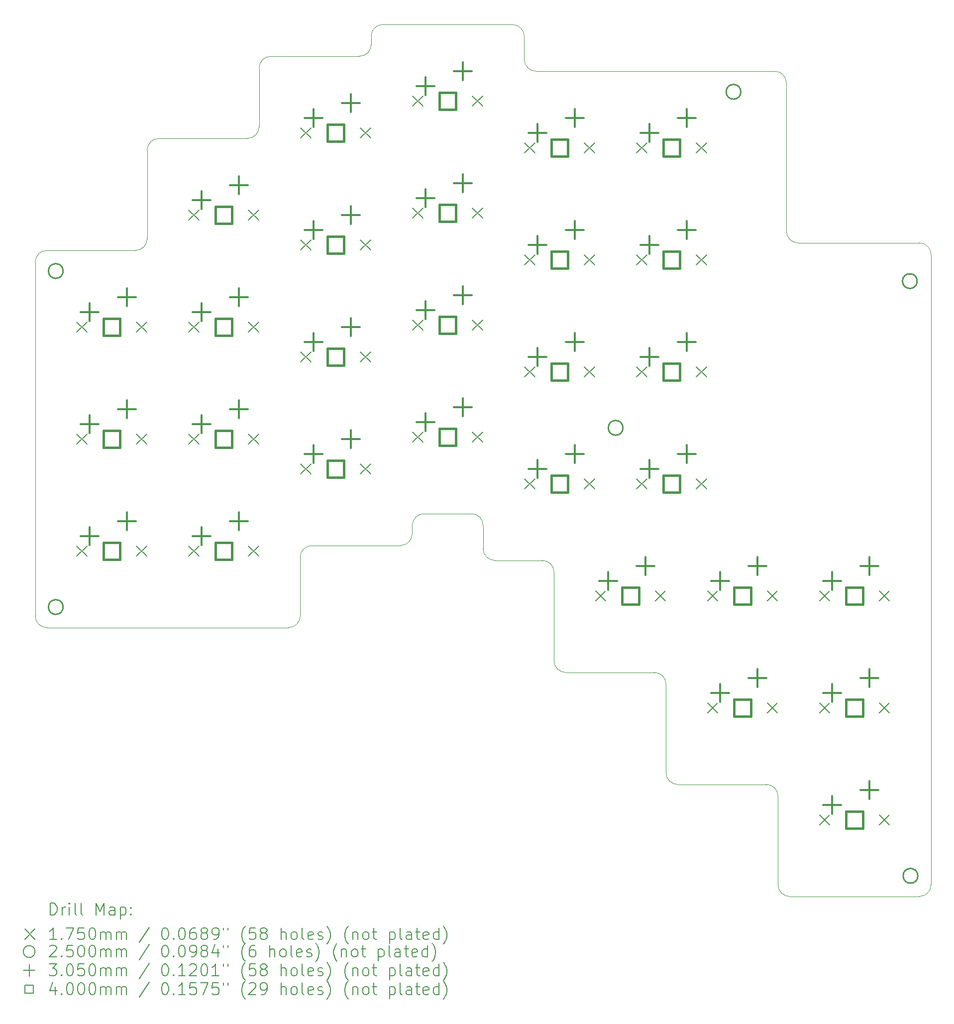
<source format=gbr>
%TF.GenerationSoftware,KiCad,Pcbnew,8.0.6-8.0.6-0~ubuntu24.04.1*%
%TF.CreationDate,2025-02-09T13:12:14-05:00*%
%TF.ProjectId,keybird_left,6b657962-6972-4645-9f6c-6566742e6b69,rev?*%
%TF.SameCoordinates,Original*%
%TF.FileFunction,Drillmap*%
%TF.FilePolarity,Positive*%
%FSLAX45Y45*%
G04 Gerber Fmt 4.5, Leading zero omitted, Abs format (unit mm)*
G04 Created by KiCad (PCBNEW 8.0.6-8.0.6-0~ubuntu24.04.1) date 2025-02-09 13:12:14*
%MOMM*%
%LPD*%
G01*
G04 APERTURE LIST*
%ADD10C,0.050000*%
%ADD11C,0.100000*%
%ADD12C,0.200000*%
%ADD13C,0.175000*%
%ADD14C,0.250000*%
%ADD15C,0.305000*%
%ADD16C,0.400000*%
G04 APERTURE END LIST*
D10*
X7435000Y-3576000D02*
G75*
G02*
X7235000Y-3776000I-200000J0D01*
G01*
X10346500Y-12350000D02*
G75*
G02*
X10546500Y-12550000I0J-200000D01*
G01*
X9140000Y-11556250D02*
G75*
G02*
X9340000Y-11756250I0J-200000D01*
G01*
X9540000Y-12350000D02*
X10346500Y-12350000D01*
X10240000Y-4030000D02*
X14300000Y-4030000D01*
X12451500Y-14455000D02*
X12451500Y-15960000D01*
X7635000Y-3236250D02*
X9840000Y-3236250D01*
X3625000Y-5373000D02*
G75*
G02*
X3825000Y-5173000I200000J0D01*
G01*
D11*
X6230000Y-12296000D02*
G75*
G02*
X6430000Y-12096000I200000J0D01*
G01*
D10*
X1920000Y-13493000D02*
X6030000Y-13493000D01*
X6230000Y-13293000D02*
G75*
G02*
X6030000Y-13493000I-200000J0D01*
G01*
X7435000Y-3436250D02*
G75*
G02*
X7635000Y-3236250I200000J0D01*
G01*
X14156500Y-16160000D02*
G75*
G02*
X14356500Y-16360000I0J-200000D01*
G01*
X9340000Y-11756250D02*
X9340000Y-12150000D01*
X1920000Y-13493000D02*
G75*
G02*
X1720000Y-13293000I0J200000D01*
G01*
D11*
X6230000Y-12296000D02*
X6230000Y-13293000D01*
D10*
X10240000Y-4030000D02*
G75*
G02*
X10040000Y-3830000I0J200000D01*
G01*
X1720000Y-7278000D02*
G75*
G02*
X1920000Y-7078000I200000J0D01*
G01*
X3425000Y-7078000D02*
X1920000Y-7078000D01*
X14556500Y-18065000D02*
X16761500Y-18065000D01*
X7435000Y-3436250D02*
X7435000Y-3576000D01*
X12251500Y-14255000D02*
G75*
G02*
X12451500Y-14455000I0J-200000D01*
G01*
X14700000Y-6950000D02*
X16761500Y-6950000D01*
X16761500Y-6950000D02*
G75*
G02*
X16961500Y-7150000I0J-200000D01*
G01*
X8135000Y-11896000D02*
G75*
G02*
X7935000Y-12096000I-200000J0D01*
G01*
X3625000Y-5373000D02*
X3625000Y-6878000D01*
X5530000Y-3976000D02*
X5530000Y-4973000D01*
X14300000Y-4030000D02*
G75*
G02*
X14500000Y-4230000I0J-200000D01*
G01*
X10746500Y-14255000D02*
G75*
G02*
X10546500Y-14055000I0J200000D01*
G01*
X7235000Y-3776000D02*
X5730000Y-3776000D01*
X5530000Y-4973000D02*
G75*
G02*
X5330000Y-5173000I-200000J0D01*
G01*
X12651500Y-16160000D02*
G75*
G02*
X12451500Y-15960000I0J200000D01*
G01*
X14356500Y-16360000D02*
X14356500Y-17865000D01*
X3625000Y-6878000D02*
G75*
G02*
X3425000Y-7078000I-200000J0D01*
G01*
X16961500Y-17865000D02*
G75*
G02*
X16761500Y-18065000I-200000J0D01*
G01*
X14700000Y-6950000D02*
G75*
G02*
X14500000Y-6750000I0J200000D01*
G01*
X14500000Y-4230000D02*
X14500000Y-6750000D01*
X9840000Y-3236250D02*
G75*
G02*
X10040000Y-3436250I0J-200000D01*
G01*
X8135000Y-11896000D02*
X8135000Y-11756250D01*
X1720000Y-7278000D02*
X1720000Y-13293000D01*
X5530000Y-3976000D02*
G75*
G02*
X5730000Y-3776000I200000J0D01*
G01*
X10040000Y-3830000D02*
X10040000Y-3436250D01*
X10746500Y-14255000D02*
X12251500Y-14255000D01*
X12651500Y-16160000D02*
X14156500Y-16160000D01*
X8335000Y-11556250D02*
X9140000Y-11556250D01*
X9540000Y-12350000D02*
G75*
G02*
X9340000Y-12150000I0J200000D01*
G01*
X10546500Y-12550000D02*
X10546500Y-14055000D01*
X8135000Y-11756250D02*
G75*
G02*
X8335000Y-11556250I200000J0D01*
G01*
X6430000Y-12096000D02*
X7935000Y-12096000D01*
X5330000Y-5173000D02*
X3825000Y-5173000D01*
X14556500Y-18065000D02*
G75*
G02*
X14356500Y-17865000I0J200000D01*
G01*
X16961500Y-7150000D02*
X16961500Y-17865000D01*
D12*
D13*
X2427000Y-8293000D02*
X2602000Y-8468000D01*
X2602000Y-8293000D02*
X2427000Y-8468000D01*
X2427000Y-10198000D02*
X2602000Y-10373000D01*
X2602000Y-10198000D02*
X2427000Y-10373000D01*
X2427000Y-12103000D02*
X2602000Y-12278000D01*
X2602000Y-12103000D02*
X2427000Y-12278000D01*
X3443000Y-8293000D02*
X3618000Y-8468000D01*
X3618000Y-8293000D02*
X3443000Y-8468000D01*
X3443000Y-10198000D02*
X3618000Y-10373000D01*
X3618000Y-10198000D02*
X3443000Y-10373000D01*
X3443000Y-12103000D02*
X3618000Y-12278000D01*
X3618000Y-12103000D02*
X3443000Y-12278000D01*
X4332000Y-6388000D02*
X4507000Y-6563000D01*
X4507000Y-6388000D02*
X4332000Y-6563000D01*
X4332000Y-8293000D02*
X4507000Y-8468000D01*
X4507000Y-8293000D02*
X4332000Y-8468000D01*
X4332000Y-10198000D02*
X4507000Y-10373000D01*
X4507000Y-10198000D02*
X4332000Y-10373000D01*
X4332000Y-12103000D02*
X4507000Y-12278000D01*
X4507000Y-12103000D02*
X4332000Y-12278000D01*
X5348000Y-6388000D02*
X5523000Y-6563000D01*
X5523000Y-6388000D02*
X5348000Y-6563000D01*
X5348000Y-8293000D02*
X5523000Y-8468000D01*
X5523000Y-8293000D02*
X5348000Y-8468000D01*
X5348000Y-10198000D02*
X5523000Y-10373000D01*
X5523000Y-10198000D02*
X5348000Y-10373000D01*
X5348000Y-12103000D02*
X5523000Y-12278000D01*
X5523000Y-12103000D02*
X5348000Y-12278000D01*
X6237000Y-4991000D02*
X6412000Y-5166000D01*
X6412000Y-4991000D02*
X6237000Y-5166000D01*
X6237000Y-6896000D02*
X6412000Y-7071000D01*
X6412000Y-6896000D02*
X6237000Y-7071000D01*
X6237000Y-8801000D02*
X6412000Y-8976000D01*
X6412000Y-8801000D02*
X6237000Y-8976000D01*
X6237000Y-10706000D02*
X6412000Y-10881000D01*
X6412000Y-10706000D02*
X6237000Y-10881000D01*
X7253000Y-4991000D02*
X7428000Y-5166000D01*
X7428000Y-4991000D02*
X7253000Y-5166000D01*
X7253000Y-6896000D02*
X7428000Y-7071000D01*
X7428000Y-6896000D02*
X7253000Y-7071000D01*
X7253000Y-8801000D02*
X7428000Y-8976000D01*
X7428000Y-8801000D02*
X7253000Y-8976000D01*
X7253000Y-10706000D02*
X7428000Y-10881000D01*
X7428000Y-10706000D02*
X7253000Y-10881000D01*
X8142000Y-4451250D02*
X8317000Y-4626250D01*
X8317000Y-4451250D02*
X8142000Y-4626250D01*
X8142000Y-6356250D02*
X8317000Y-6531250D01*
X8317000Y-6356250D02*
X8142000Y-6531250D01*
X8142000Y-8261250D02*
X8317000Y-8436250D01*
X8317000Y-8261250D02*
X8142000Y-8436250D01*
X8142000Y-10166250D02*
X8317000Y-10341250D01*
X8317000Y-10166250D02*
X8142000Y-10341250D01*
X9158000Y-4451250D02*
X9333000Y-4626250D01*
X9333000Y-4451250D02*
X9158000Y-4626250D01*
X9158000Y-6356250D02*
X9333000Y-6531250D01*
X9333000Y-6356250D02*
X9158000Y-6531250D01*
X9158000Y-8261250D02*
X9333000Y-8436250D01*
X9333000Y-8261250D02*
X9158000Y-8436250D01*
X9158000Y-10166250D02*
X9333000Y-10341250D01*
X9333000Y-10166250D02*
X9158000Y-10341250D01*
X10047000Y-5245000D02*
X10222000Y-5420000D01*
X10222000Y-5245000D02*
X10047000Y-5420000D01*
X10047000Y-7150000D02*
X10222000Y-7325000D01*
X10222000Y-7150000D02*
X10047000Y-7325000D01*
X10047000Y-9055000D02*
X10222000Y-9230000D01*
X10222000Y-9055000D02*
X10047000Y-9230000D01*
X10047000Y-10960000D02*
X10222000Y-11135000D01*
X10222000Y-10960000D02*
X10047000Y-11135000D01*
X11063000Y-5245000D02*
X11238000Y-5420000D01*
X11238000Y-5245000D02*
X11063000Y-5420000D01*
X11063000Y-7150000D02*
X11238000Y-7325000D01*
X11238000Y-7150000D02*
X11063000Y-7325000D01*
X11063000Y-9055000D02*
X11238000Y-9230000D01*
X11238000Y-9055000D02*
X11063000Y-9230000D01*
X11063000Y-10960000D02*
X11238000Y-11135000D01*
X11238000Y-10960000D02*
X11063000Y-11135000D01*
X11253500Y-12865000D02*
X11428500Y-13040000D01*
X11428500Y-12865000D02*
X11253500Y-13040000D01*
X11952000Y-5245000D02*
X12127000Y-5420000D01*
X12127000Y-5245000D02*
X11952000Y-5420000D01*
X11952000Y-7150000D02*
X12127000Y-7325000D01*
X12127000Y-7150000D02*
X11952000Y-7325000D01*
X11952000Y-9055000D02*
X12127000Y-9230000D01*
X12127000Y-9055000D02*
X11952000Y-9230000D01*
X11952000Y-10960000D02*
X12127000Y-11135000D01*
X12127000Y-10960000D02*
X11952000Y-11135000D01*
X12269500Y-12865000D02*
X12444500Y-13040000D01*
X12444500Y-12865000D02*
X12269500Y-13040000D01*
X12968000Y-5245000D02*
X13143000Y-5420000D01*
X13143000Y-5245000D02*
X12968000Y-5420000D01*
X12968000Y-7150000D02*
X13143000Y-7325000D01*
X13143000Y-7150000D02*
X12968000Y-7325000D01*
X12968000Y-9055000D02*
X13143000Y-9230000D01*
X13143000Y-9055000D02*
X12968000Y-9230000D01*
X12968000Y-10960000D02*
X13143000Y-11135000D01*
X13143000Y-10960000D02*
X12968000Y-11135000D01*
X13158500Y-12865000D02*
X13333500Y-13040000D01*
X13333500Y-12865000D02*
X13158500Y-13040000D01*
X13158500Y-14770000D02*
X13333500Y-14945000D01*
X13333500Y-14770000D02*
X13158500Y-14945000D01*
X14174500Y-12865000D02*
X14349500Y-13040000D01*
X14349500Y-12865000D02*
X14174500Y-13040000D01*
X14174500Y-14770000D02*
X14349500Y-14945000D01*
X14349500Y-14770000D02*
X14174500Y-14945000D01*
X15063500Y-12865000D02*
X15238500Y-13040000D01*
X15238500Y-12865000D02*
X15063500Y-13040000D01*
X15063500Y-14770000D02*
X15238500Y-14945000D01*
X15238500Y-14770000D02*
X15063500Y-14945000D01*
X15063500Y-16675000D02*
X15238500Y-16850000D01*
X15238500Y-16675000D02*
X15063500Y-16850000D01*
X16079500Y-12865000D02*
X16254500Y-13040000D01*
X16254500Y-12865000D02*
X16079500Y-13040000D01*
X16079500Y-14770000D02*
X16254500Y-14945000D01*
X16254500Y-14770000D02*
X16079500Y-14945000D01*
X16079500Y-16675000D02*
X16254500Y-16850000D01*
X16254500Y-16675000D02*
X16079500Y-16850000D01*
D14*
X2195000Y-7428000D02*
G75*
G02*
X1945000Y-7428000I-125000J0D01*
G01*
X1945000Y-7428000D02*
G75*
G02*
X2195000Y-7428000I125000J0D01*
G01*
X2195000Y-13143000D02*
G75*
G02*
X1945000Y-13143000I-125000J0D01*
G01*
X1945000Y-13143000D02*
G75*
G02*
X2195000Y-13143000I125000J0D01*
G01*
X11720000Y-10095000D02*
G75*
G02*
X11470000Y-10095000I-125000J0D01*
G01*
X11470000Y-10095000D02*
G75*
G02*
X11720000Y-10095000I125000J0D01*
G01*
X13725000Y-4380000D02*
G75*
G02*
X13475000Y-4380000I-125000J0D01*
G01*
X13475000Y-4380000D02*
G75*
G02*
X13725000Y-4380000I125000J0D01*
G01*
X16725000Y-7600000D02*
G75*
G02*
X16475000Y-7600000I-125000J0D01*
G01*
X16475000Y-7600000D02*
G75*
G02*
X16725000Y-7600000I125000J0D01*
G01*
X16736500Y-17715000D02*
G75*
G02*
X16486500Y-17715000I-125000J0D01*
G01*
X16486500Y-17715000D02*
G75*
G02*
X16736500Y-17715000I125000J0D01*
G01*
D15*
X2641500Y-7974000D02*
X2641500Y-8279000D01*
X2489000Y-8126500D02*
X2794000Y-8126500D01*
X2641500Y-9879000D02*
X2641500Y-10184000D01*
X2489000Y-10031500D02*
X2794000Y-10031500D01*
X2641500Y-11784000D02*
X2641500Y-12089000D01*
X2489000Y-11936500D02*
X2794000Y-11936500D01*
X3276500Y-7720000D02*
X3276500Y-8025000D01*
X3124000Y-7872500D02*
X3429000Y-7872500D01*
X3276500Y-9625000D02*
X3276500Y-9930000D01*
X3124000Y-9777500D02*
X3429000Y-9777500D01*
X3276500Y-11530000D02*
X3276500Y-11835000D01*
X3124000Y-11682500D02*
X3429000Y-11682500D01*
X4546500Y-6069000D02*
X4546500Y-6374000D01*
X4394000Y-6221500D02*
X4699000Y-6221500D01*
X4546500Y-7974000D02*
X4546500Y-8279000D01*
X4394000Y-8126500D02*
X4699000Y-8126500D01*
X4546500Y-9879000D02*
X4546500Y-10184000D01*
X4394000Y-10031500D02*
X4699000Y-10031500D01*
X4546500Y-11784000D02*
X4546500Y-12089000D01*
X4394000Y-11936500D02*
X4699000Y-11936500D01*
X5181500Y-5815000D02*
X5181500Y-6120000D01*
X5029000Y-5967500D02*
X5334000Y-5967500D01*
X5181500Y-7720000D02*
X5181500Y-8025000D01*
X5029000Y-7872500D02*
X5334000Y-7872500D01*
X5181500Y-9625000D02*
X5181500Y-9930000D01*
X5029000Y-9777500D02*
X5334000Y-9777500D01*
X5181500Y-11530000D02*
X5181500Y-11835000D01*
X5029000Y-11682500D02*
X5334000Y-11682500D01*
X6451500Y-4672000D02*
X6451500Y-4977000D01*
X6299000Y-4824500D02*
X6604000Y-4824500D01*
X6451500Y-6577000D02*
X6451500Y-6882000D01*
X6299000Y-6729500D02*
X6604000Y-6729500D01*
X6451500Y-8482000D02*
X6451500Y-8787000D01*
X6299000Y-8634500D02*
X6604000Y-8634500D01*
X6451500Y-10387000D02*
X6451500Y-10692000D01*
X6299000Y-10539500D02*
X6604000Y-10539500D01*
X7086500Y-4418000D02*
X7086500Y-4723000D01*
X6934000Y-4570500D02*
X7239000Y-4570500D01*
X7086500Y-6323000D02*
X7086500Y-6628000D01*
X6934000Y-6475500D02*
X7239000Y-6475500D01*
X7086500Y-8228000D02*
X7086500Y-8533000D01*
X6934000Y-8380500D02*
X7239000Y-8380500D01*
X7086500Y-10133000D02*
X7086500Y-10438000D01*
X6934000Y-10285500D02*
X7239000Y-10285500D01*
X8356500Y-4132250D02*
X8356500Y-4437250D01*
X8204000Y-4284750D02*
X8509000Y-4284750D01*
X8356500Y-6037250D02*
X8356500Y-6342250D01*
X8204000Y-6189750D02*
X8509000Y-6189750D01*
X8356500Y-7942250D02*
X8356500Y-8247250D01*
X8204000Y-8094750D02*
X8509000Y-8094750D01*
X8356500Y-9847250D02*
X8356500Y-10152250D01*
X8204000Y-9999750D02*
X8509000Y-9999750D01*
X8991500Y-3878250D02*
X8991500Y-4183250D01*
X8839000Y-4030750D02*
X9144000Y-4030750D01*
X8991500Y-5783250D02*
X8991500Y-6088250D01*
X8839000Y-5935750D02*
X9144000Y-5935750D01*
X8991500Y-7688250D02*
X8991500Y-7993250D01*
X8839000Y-7840750D02*
X9144000Y-7840750D01*
X8991500Y-9593250D02*
X8991500Y-9898250D01*
X8839000Y-9745750D02*
X9144000Y-9745750D01*
X10261500Y-4926000D02*
X10261500Y-5231000D01*
X10109000Y-5078500D02*
X10414000Y-5078500D01*
X10261500Y-6831000D02*
X10261500Y-7136000D01*
X10109000Y-6983500D02*
X10414000Y-6983500D01*
X10261500Y-8736000D02*
X10261500Y-9041000D01*
X10109000Y-8888500D02*
X10414000Y-8888500D01*
X10261500Y-10641000D02*
X10261500Y-10946000D01*
X10109000Y-10793500D02*
X10414000Y-10793500D01*
X10896500Y-4672000D02*
X10896500Y-4977000D01*
X10744000Y-4824500D02*
X11049000Y-4824500D01*
X10896500Y-6577000D02*
X10896500Y-6882000D01*
X10744000Y-6729500D02*
X11049000Y-6729500D01*
X10896500Y-8482000D02*
X10896500Y-8787000D01*
X10744000Y-8634500D02*
X11049000Y-8634500D01*
X10896500Y-10387000D02*
X10896500Y-10692000D01*
X10744000Y-10539500D02*
X11049000Y-10539500D01*
X11468000Y-12546000D02*
X11468000Y-12851000D01*
X11315500Y-12698500D02*
X11620500Y-12698500D01*
X12103000Y-12292000D02*
X12103000Y-12597000D01*
X11950500Y-12444500D02*
X12255500Y-12444500D01*
X12166500Y-4926000D02*
X12166500Y-5231000D01*
X12014000Y-5078500D02*
X12319000Y-5078500D01*
X12166500Y-6831000D02*
X12166500Y-7136000D01*
X12014000Y-6983500D02*
X12319000Y-6983500D01*
X12166500Y-8736000D02*
X12166500Y-9041000D01*
X12014000Y-8888500D02*
X12319000Y-8888500D01*
X12166500Y-10641000D02*
X12166500Y-10946000D01*
X12014000Y-10793500D02*
X12319000Y-10793500D01*
X12801500Y-4672000D02*
X12801500Y-4977000D01*
X12649000Y-4824500D02*
X12954000Y-4824500D01*
X12801500Y-6577000D02*
X12801500Y-6882000D01*
X12649000Y-6729500D02*
X12954000Y-6729500D01*
X12801500Y-8482000D02*
X12801500Y-8787000D01*
X12649000Y-8634500D02*
X12954000Y-8634500D01*
X12801500Y-10387000D02*
X12801500Y-10692000D01*
X12649000Y-10539500D02*
X12954000Y-10539500D01*
X13373000Y-12546000D02*
X13373000Y-12851000D01*
X13220500Y-12698500D02*
X13525500Y-12698500D01*
X13373000Y-14451000D02*
X13373000Y-14756000D01*
X13220500Y-14603500D02*
X13525500Y-14603500D01*
X14008000Y-12292000D02*
X14008000Y-12597000D01*
X13855500Y-12444500D02*
X14160500Y-12444500D01*
X14008000Y-14197000D02*
X14008000Y-14502000D01*
X13855500Y-14349500D02*
X14160500Y-14349500D01*
X15278000Y-12546000D02*
X15278000Y-12851000D01*
X15125500Y-12698500D02*
X15430500Y-12698500D01*
X15278000Y-14451000D02*
X15278000Y-14756000D01*
X15125500Y-14603500D02*
X15430500Y-14603500D01*
X15278000Y-16356000D02*
X15278000Y-16661000D01*
X15125500Y-16508500D02*
X15430500Y-16508500D01*
X15913000Y-12292000D02*
X15913000Y-12597000D01*
X15760500Y-12444500D02*
X16065500Y-12444500D01*
X15913000Y-14197000D02*
X15913000Y-14502000D01*
X15760500Y-14349500D02*
X16065500Y-14349500D01*
X15913000Y-16102000D02*
X15913000Y-16407000D01*
X15760500Y-16254500D02*
X16065500Y-16254500D01*
D16*
X3163923Y-8521923D02*
X3163923Y-8239077D01*
X2881077Y-8239077D01*
X2881077Y-8521923D01*
X3163923Y-8521923D01*
X3163923Y-10426923D02*
X3163923Y-10144077D01*
X2881077Y-10144077D01*
X2881077Y-10426923D01*
X3163923Y-10426923D01*
X3163923Y-12331923D02*
X3163923Y-12049077D01*
X2881077Y-12049077D01*
X2881077Y-12331923D01*
X3163923Y-12331923D01*
X5068923Y-6616923D02*
X5068923Y-6334077D01*
X4786077Y-6334077D01*
X4786077Y-6616923D01*
X5068923Y-6616923D01*
X5068923Y-8521923D02*
X5068923Y-8239077D01*
X4786077Y-8239077D01*
X4786077Y-8521923D01*
X5068923Y-8521923D01*
X5068923Y-10426923D02*
X5068923Y-10144077D01*
X4786077Y-10144077D01*
X4786077Y-10426923D01*
X5068923Y-10426923D01*
X5068923Y-12331923D02*
X5068923Y-12049077D01*
X4786077Y-12049077D01*
X4786077Y-12331923D01*
X5068923Y-12331923D01*
X6973923Y-5219923D02*
X6973923Y-4937077D01*
X6691077Y-4937077D01*
X6691077Y-5219923D01*
X6973923Y-5219923D01*
X6973923Y-7124923D02*
X6973923Y-6842077D01*
X6691077Y-6842077D01*
X6691077Y-7124923D01*
X6973923Y-7124923D01*
X6973923Y-9029923D02*
X6973923Y-8747077D01*
X6691077Y-8747077D01*
X6691077Y-9029923D01*
X6973923Y-9029923D01*
X6973923Y-10934923D02*
X6973923Y-10652077D01*
X6691077Y-10652077D01*
X6691077Y-10934923D01*
X6973923Y-10934923D01*
X8878923Y-4680173D02*
X8878923Y-4397327D01*
X8596077Y-4397327D01*
X8596077Y-4680173D01*
X8878923Y-4680173D01*
X8878923Y-6585173D02*
X8878923Y-6302327D01*
X8596077Y-6302327D01*
X8596077Y-6585173D01*
X8878923Y-6585173D01*
X8878923Y-8490173D02*
X8878923Y-8207327D01*
X8596077Y-8207327D01*
X8596077Y-8490173D01*
X8878923Y-8490173D01*
X8878923Y-10395173D02*
X8878923Y-10112327D01*
X8596077Y-10112327D01*
X8596077Y-10395173D01*
X8878923Y-10395173D01*
X10783923Y-5473923D02*
X10783923Y-5191077D01*
X10501077Y-5191077D01*
X10501077Y-5473923D01*
X10783923Y-5473923D01*
X10783923Y-7378923D02*
X10783923Y-7096077D01*
X10501077Y-7096077D01*
X10501077Y-7378923D01*
X10783923Y-7378923D01*
X10783923Y-9283923D02*
X10783923Y-9001077D01*
X10501077Y-9001077D01*
X10501077Y-9283923D01*
X10783923Y-9283923D01*
X10783923Y-11188923D02*
X10783923Y-10906077D01*
X10501077Y-10906077D01*
X10501077Y-11188923D01*
X10783923Y-11188923D01*
X11990423Y-13093923D02*
X11990423Y-12811077D01*
X11707577Y-12811077D01*
X11707577Y-13093923D01*
X11990423Y-13093923D01*
X12688923Y-5473923D02*
X12688923Y-5191077D01*
X12406077Y-5191077D01*
X12406077Y-5473923D01*
X12688923Y-5473923D01*
X12688923Y-7378923D02*
X12688923Y-7096077D01*
X12406077Y-7096077D01*
X12406077Y-7378923D01*
X12688923Y-7378923D01*
X12688923Y-9283923D02*
X12688923Y-9001077D01*
X12406077Y-9001077D01*
X12406077Y-9283923D01*
X12688923Y-9283923D01*
X12688923Y-11188923D02*
X12688923Y-10906077D01*
X12406077Y-10906077D01*
X12406077Y-11188923D01*
X12688923Y-11188923D01*
X13895423Y-13093923D02*
X13895423Y-12811077D01*
X13612577Y-12811077D01*
X13612577Y-13093923D01*
X13895423Y-13093923D01*
X13895423Y-14998923D02*
X13895423Y-14716077D01*
X13612577Y-14716077D01*
X13612577Y-14998923D01*
X13895423Y-14998923D01*
X15800423Y-13093923D02*
X15800423Y-12811077D01*
X15517577Y-12811077D01*
X15517577Y-13093923D01*
X15800423Y-13093923D01*
X15800423Y-14998923D02*
X15800423Y-14716077D01*
X15517577Y-14716077D01*
X15517577Y-14998923D01*
X15800423Y-14998923D01*
X15800423Y-16903923D02*
X15800423Y-16621077D01*
X15517577Y-16621077D01*
X15517577Y-16903923D01*
X15800423Y-16903923D01*
D12*
X1978277Y-18378984D02*
X1978277Y-18178984D01*
X1978277Y-18178984D02*
X2025896Y-18178984D01*
X2025896Y-18178984D02*
X2054467Y-18188508D01*
X2054467Y-18188508D02*
X2073515Y-18207555D01*
X2073515Y-18207555D02*
X2083039Y-18226603D01*
X2083039Y-18226603D02*
X2092562Y-18264698D01*
X2092562Y-18264698D02*
X2092562Y-18293270D01*
X2092562Y-18293270D02*
X2083039Y-18331365D01*
X2083039Y-18331365D02*
X2073515Y-18350412D01*
X2073515Y-18350412D02*
X2054467Y-18369460D01*
X2054467Y-18369460D02*
X2025896Y-18378984D01*
X2025896Y-18378984D02*
X1978277Y-18378984D01*
X2178277Y-18378984D02*
X2178277Y-18245650D01*
X2178277Y-18283746D02*
X2187801Y-18264698D01*
X2187801Y-18264698D02*
X2197324Y-18255174D01*
X2197324Y-18255174D02*
X2216372Y-18245650D01*
X2216372Y-18245650D02*
X2235420Y-18245650D01*
X2302086Y-18378984D02*
X2302086Y-18245650D01*
X2302086Y-18178984D02*
X2292563Y-18188508D01*
X2292563Y-18188508D02*
X2302086Y-18198031D01*
X2302086Y-18198031D02*
X2311610Y-18188508D01*
X2311610Y-18188508D02*
X2302086Y-18178984D01*
X2302086Y-18178984D02*
X2302086Y-18198031D01*
X2425896Y-18378984D02*
X2406848Y-18369460D01*
X2406848Y-18369460D02*
X2397324Y-18350412D01*
X2397324Y-18350412D02*
X2397324Y-18178984D01*
X2530658Y-18378984D02*
X2511610Y-18369460D01*
X2511610Y-18369460D02*
X2502086Y-18350412D01*
X2502086Y-18350412D02*
X2502086Y-18178984D01*
X2759229Y-18378984D02*
X2759229Y-18178984D01*
X2759229Y-18178984D02*
X2825896Y-18321841D01*
X2825896Y-18321841D02*
X2892562Y-18178984D01*
X2892562Y-18178984D02*
X2892562Y-18378984D01*
X3073515Y-18378984D02*
X3073515Y-18274222D01*
X3073515Y-18274222D02*
X3063991Y-18255174D01*
X3063991Y-18255174D02*
X3044943Y-18245650D01*
X3044943Y-18245650D02*
X3006848Y-18245650D01*
X3006848Y-18245650D02*
X2987801Y-18255174D01*
X3073515Y-18369460D02*
X3054467Y-18378984D01*
X3054467Y-18378984D02*
X3006848Y-18378984D01*
X3006848Y-18378984D02*
X2987801Y-18369460D01*
X2987801Y-18369460D02*
X2978277Y-18350412D01*
X2978277Y-18350412D02*
X2978277Y-18331365D01*
X2978277Y-18331365D02*
X2987801Y-18312317D01*
X2987801Y-18312317D02*
X3006848Y-18302793D01*
X3006848Y-18302793D02*
X3054467Y-18302793D01*
X3054467Y-18302793D02*
X3073515Y-18293270D01*
X3168753Y-18245650D02*
X3168753Y-18445650D01*
X3168753Y-18255174D02*
X3187801Y-18245650D01*
X3187801Y-18245650D02*
X3225896Y-18245650D01*
X3225896Y-18245650D02*
X3244943Y-18255174D01*
X3244943Y-18255174D02*
X3254467Y-18264698D01*
X3254467Y-18264698D02*
X3263991Y-18283746D01*
X3263991Y-18283746D02*
X3263991Y-18340889D01*
X3263991Y-18340889D02*
X3254467Y-18359936D01*
X3254467Y-18359936D02*
X3244943Y-18369460D01*
X3244943Y-18369460D02*
X3225896Y-18378984D01*
X3225896Y-18378984D02*
X3187801Y-18378984D01*
X3187801Y-18378984D02*
X3168753Y-18369460D01*
X3349705Y-18359936D02*
X3359229Y-18369460D01*
X3359229Y-18369460D02*
X3349705Y-18378984D01*
X3349705Y-18378984D02*
X3340182Y-18369460D01*
X3340182Y-18369460D02*
X3349705Y-18359936D01*
X3349705Y-18359936D02*
X3349705Y-18378984D01*
X3349705Y-18255174D02*
X3359229Y-18264698D01*
X3359229Y-18264698D02*
X3349705Y-18274222D01*
X3349705Y-18274222D02*
X3340182Y-18264698D01*
X3340182Y-18264698D02*
X3349705Y-18255174D01*
X3349705Y-18255174D02*
X3349705Y-18274222D01*
D13*
X1542500Y-18620000D02*
X1717500Y-18795000D01*
X1717500Y-18620000D02*
X1542500Y-18795000D01*
D12*
X2083039Y-18798984D02*
X1968753Y-18798984D01*
X2025896Y-18798984D02*
X2025896Y-18598984D01*
X2025896Y-18598984D02*
X2006848Y-18627555D01*
X2006848Y-18627555D02*
X1987801Y-18646603D01*
X1987801Y-18646603D02*
X1968753Y-18656127D01*
X2168753Y-18779936D02*
X2178277Y-18789460D01*
X2178277Y-18789460D02*
X2168753Y-18798984D01*
X2168753Y-18798984D02*
X2159229Y-18789460D01*
X2159229Y-18789460D02*
X2168753Y-18779936D01*
X2168753Y-18779936D02*
X2168753Y-18798984D01*
X2244944Y-18598984D02*
X2378277Y-18598984D01*
X2378277Y-18598984D02*
X2292563Y-18798984D01*
X2549705Y-18598984D02*
X2454467Y-18598984D01*
X2454467Y-18598984D02*
X2444944Y-18694222D01*
X2444944Y-18694222D02*
X2454467Y-18684698D01*
X2454467Y-18684698D02*
X2473515Y-18675174D01*
X2473515Y-18675174D02*
X2521134Y-18675174D01*
X2521134Y-18675174D02*
X2540182Y-18684698D01*
X2540182Y-18684698D02*
X2549705Y-18694222D01*
X2549705Y-18694222D02*
X2559229Y-18713270D01*
X2559229Y-18713270D02*
X2559229Y-18760889D01*
X2559229Y-18760889D02*
X2549705Y-18779936D01*
X2549705Y-18779936D02*
X2540182Y-18789460D01*
X2540182Y-18789460D02*
X2521134Y-18798984D01*
X2521134Y-18798984D02*
X2473515Y-18798984D01*
X2473515Y-18798984D02*
X2454467Y-18789460D01*
X2454467Y-18789460D02*
X2444944Y-18779936D01*
X2683039Y-18598984D02*
X2702086Y-18598984D01*
X2702086Y-18598984D02*
X2721134Y-18608508D01*
X2721134Y-18608508D02*
X2730658Y-18618031D01*
X2730658Y-18618031D02*
X2740182Y-18637079D01*
X2740182Y-18637079D02*
X2749705Y-18675174D01*
X2749705Y-18675174D02*
X2749705Y-18722793D01*
X2749705Y-18722793D02*
X2740182Y-18760889D01*
X2740182Y-18760889D02*
X2730658Y-18779936D01*
X2730658Y-18779936D02*
X2721134Y-18789460D01*
X2721134Y-18789460D02*
X2702086Y-18798984D01*
X2702086Y-18798984D02*
X2683039Y-18798984D01*
X2683039Y-18798984D02*
X2663991Y-18789460D01*
X2663991Y-18789460D02*
X2654467Y-18779936D01*
X2654467Y-18779936D02*
X2644944Y-18760889D01*
X2644944Y-18760889D02*
X2635420Y-18722793D01*
X2635420Y-18722793D02*
X2635420Y-18675174D01*
X2635420Y-18675174D02*
X2644944Y-18637079D01*
X2644944Y-18637079D02*
X2654467Y-18618031D01*
X2654467Y-18618031D02*
X2663991Y-18608508D01*
X2663991Y-18608508D02*
X2683039Y-18598984D01*
X2835420Y-18798984D02*
X2835420Y-18665650D01*
X2835420Y-18684698D02*
X2844943Y-18675174D01*
X2844943Y-18675174D02*
X2863991Y-18665650D01*
X2863991Y-18665650D02*
X2892563Y-18665650D01*
X2892563Y-18665650D02*
X2911610Y-18675174D01*
X2911610Y-18675174D02*
X2921134Y-18694222D01*
X2921134Y-18694222D02*
X2921134Y-18798984D01*
X2921134Y-18694222D02*
X2930658Y-18675174D01*
X2930658Y-18675174D02*
X2949705Y-18665650D01*
X2949705Y-18665650D02*
X2978277Y-18665650D01*
X2978277Y-18665650D02*
X2997324Y-18675174D01*
X2997324Y-18675174D02*
X3006848Y-18694222D01*
X3006848Y-18694222D02*
X3006848Y-18798984D01*
X3102086Y-18798984D02*
X3102086Y-18665650D01*
X3102086Y-18684698D02*
X3111610Y-18675174D01*
X3111610Y-18675174D02*
X3130658Y-18665650D01*
X3130658Y-18665650D02*
X3159229Y-18665650D01*
X3159229Y-18665650D02*
X3178277Y-18675174D01*
X3178277Y-18675174D02*
X3187801Y-18694222D01*
X3187801Y-18694222D02*
X3187801Y-18798984D01*
X3187801Y-18694222D02*
X3197324Y-18675174D01*
X3197324Y-18675174D02*
X3216372Y-18665650D01*
X3216372Y-18665650D02*
X3244943Y-18665650D01*
X3244943Y-18665650D02*
X3263991Y-18675174D01*
X3263991Y-18675174D02*
X3273515Y-18694222D01*
X3273515Y-18694222D02*
X3273515Y-18798984D01*
X3663991Y-18589460D02*
X3492563Y-18846603D01*
X3921134Y-18598984D02*
X3940182Y-18598984D01*
X3940182Y-18598984D02*
X3959229Y-18608508D01*
X3959229Y-18608508D02*
X3968753Y-18618031D01*
X3968753Y-18618031D02*
X3978277Y-18637079D01*
X3978277Y-18637079D02*
X3987801Y-18675174D01*
X3987801Y-18675174D02*
X3987801Y-18722793D01*
X3987801Y-18722793D02*
X3978277Y-18760889D01*
X3978277Y-18760889D02*
X3968753Y-18779936D01*
X3968753Y-18779936D02*
X3959229Y-18789460D01*
X3959229Y-18789460D02*
X3940182Y-18798984D01*
X3940182Y-18798984D02*
X3921134Y-18798984D01*
X3921134Y-18798984D02*
X3902086Y-18789460D01*
X3902086Y-18789460D02*
X3892563Y-18779936D01*
X3892563Y-18779936D02*
X3883039Y-18760889D01*
X3883039Y-18760889D02*
X3873515Y-18722793D01*
X3873515Y-18722793D02*
X3873515Y-18675174D01*
X3873515Y-18675174D02*
X3883039Y-18637079D01*
X3883039Y-18637079D02*
X3892563Y-18618031D01*
X3892563Y-18618031D02*
X3902086Y-18608508D01*
X3902086Y-18608508D02*
X3921134Y-18598984D01*
X4073515Y-18779936D02*
X4083039Y-18789460D01*
X4083039Y-18789460D02*
X4073515Y-18798984D01*
X4073515Y-18798984D02*
X4063991Y-18789460D01*
X4063991Y-18789460D02*
X4073515Y-18779936D01*
X4073515Y-18779936D02*
X4073515Y-18798984D01*
X4206848Y-18598984D02*
X4225896Y-18598984D01*
X4225896Y-18598984D02*
X4244944Y-18608508D01*
X4244944Y-18608508D02*
X4254468Y-18618031D01*
X4254468Y-18618031D02*
X4263991Y-18637079D01*
X4263991Y-18637079D02*
X4273515Y-18675174D01*
X4273515Y-18675174D02*
X4273515Y-18722793D01*
X4273515Y-18722793D02*
X4263991Y-18760889D01*
X4263991Y-18760889D02*
X4254468Y-18779936D01*
X4254468Y-18779936D02*
X4244944Y-18789460D01*
X4244944Y-18789460D02*
X4225896Y-18798984D01*
X4225896Y-18798984D02*
X4206848Y-18798984D01*
X4206848Y-18798984D02*
X4187801Y-18789460D01*
X4187801Y-18789460D02*
X4178277Y-18779936D01*
X4178277Y-18779936D02*
X4168753Y-18760889D01*
X4168753Y-18760889D02*
X4159229Y-18722793D01*
X4159229Y-18722793D02*
X4159229Y-18675174D01*
X4159229Y-18675174D02*
X4168753Y-18637079D01*
X4168753Y-18637079D02*
X4178277Y-18618031D01*
X4178277Y-18618031D02*
X4187801Y-18608508D01*
X4187801Y-18608508D02*
X4206848Y-18598984D01*
X4444944Y-18598984D02*
X4406848Y-18598984D01*
X4406848Y-18598984D02*
X4387801Y-18608508D01*
X4387801Y-18608508D02*
X4378277Y-18618031D01*
X4378277Y-18618031D02*
X4359229Y-18646603D01*
X4359229Y-18646603D02*
X4349706Y-18684698D01*
X4349706Y-18684698D02*
X4349706Y-18760889D01*
X4349706Y-18760889D02*
X4359229Y-18779936D01*
X4359229Y-18779936D02*
X4368753Y-18789460D01*
X4368753Y-18789460D02*
X4387801Y-18798984D01*
X4387801Y-18798984D02*
X4425896Y-18798984D01*
X4425896Y-18798984D02*
X4444944Y-18789460D01*
X4444944Y-18789460D02*
X4454468Y-18779936D01*
X4454468Y-18779936D02*
X4463991Y-18760889D01*
X4463991Y-18760889D02*
X4463991Y-18713270D01*
X4463991Y-18713270D02*
X4454468Y-18694222D01*
X4454468Y-18694222D02*
X4444944Y-18684698D01*
X4444944Y-18684698D02*
X4425896Y-18675174D01*
X4425896Y-18675174D02*
X4387801Y-18675174D01*
X4387801Y-18675174D02*
X4368753Y-18684698D01*
X4368753Y-18684698D02*
X4359229Y-18694222D01*
X4359229Y-18694222D02*
X4349706Y-18713270D01*
X4578277Y-18684698D02*
X4559229Y-18675174D01*
X4559229Y-18675174D02*
X4549706Y-18665650D01*
X4549706Y-18665650D02*
X4540182Y-18646603D01*
X4540182Y-18646603D02*
X4540182Y-18637079D01*
X4540182Y-18637079D02*
X4549706Y-18618031D01*
X4549706Y-18618031D02*
X4559229Y-18608508D01*
X4559229Y-18608508D02*
X4578277Y-18598984D01*
X4578277Y-18598984D02*
X4616372Y-18598984D01*
X4616372Y-18598984D02*
X4635420Y-18608508D01*
X4635420Y-18608508D02*
X4644944Y-18618031D01*
X4644944Y-18618031D02*
X4654468Y-18637079D01*
X4654468Y-18637079D02*
X4654468Y-18646603D01*
X4654468Y-18646603D02*
X4644944Y-18665650D01*
X4644944Y-18665650D02*
X4635420Y-18675174D01*
X4635420Y-18675174D02*
X4616372Y-18684698D01*
X4616372Y-18684698D02*
X4578277Y-18684698D01*
X4578277Y-18684698D02*
X4559229Y-18694222D01*
X4559229Y-18694222D02*
X4549706Y-18703746D01*
X4549706Y-18703746D02*
X4540182Y-18722793D01*
X4540182Y-18722793D02*
X4540182Y-18760889D01*
X4540182Y-18760889D02*
X4549706Y-18779936D01*
X4549706Y-18779936D02*
X4559229Y-18789460D01*
X4559229Y-18789460D02*
X4578277Y-18798984D01*
X4578277Y-18798984D02*
X4616372Y-18798984D01*
X4616372Y-18798984D02*
X4635420Y-18789460D01*
X4635420Y-18789460D02*
X4644944Y-18779936D01*
X4644944Y-18779936D02*
X4654468Y-18760889D01*
X4654468Y-18760889D02*
X4654468Y-18722793D01*
X4654468Y-18722793D02*
X4644944Y-18703746D01*
X4644944Y-18703746D02*
X4635420Y-18694222D01*
X4635420Y-18694222D02*
X4616372Y-18684698D01*
X4749706Y-18798984D02*
X4787801Y-18798984D01*
X4787801Y-18798984D02*
X4806849Y-18789460D01*
X4806849Y-18789460D02*
X4816372Y-18779936D01*
X4816372Y-18779936D02*
X4835420Y-18751365D01*
X4835420Y-18751365D02*
X4844944Y-18713270D01*
X4844944Y-18713270D02*
X4844944Y-18637079D01*
X4844944Y-18637079D02*
X4835420Y-18618031D01*
X4835420Y-18618031D02*
X4825896Y-18608508D01*
X4825896Y-18608508D02*
X4806849Y-18598984D01*
X4806849Y-18598984D02*
X4768753Y-18598984D01*
X4768753Y-18598984D02*
X4749706Y-18608508D01*
X4749706Y-18608508D02*
X4740182Y-18618031D01*
X4740182Y-18618031D02*
X4730658Y-18637079D01*
X4730658Y-18637079D02*
X4730658Y-18684698D01*
X4730658Y-18684698D02*
X4740182Y-18703746D01*
X4740182Y-18703746D02*
X4749706Y-18713270D01*
X4749706Y-18713270D02*
X4768753Y-18722793D01*
X4768753Y-18722793D02*
X4806849Y-18722793D01*
X4806849Y-18722793D02*
X4825896Y-18713270D01*
X4825896Y-18713270D02*
X4835420Y-18703746D01*
X4835420Y-18703746D02*
X4844944Y-18684698D01*
X4921134Y-18598984D02*
X4921134Y-18637079D01*
X4997325Y-18598984D02*
X4997325Y-18637079D01*
X5292563Y-18875174D02*
X5283039Y-18865650D01*
X5283039Y-18865650D02*
X5263991Y-18837079D01*
X5263991Y-18837079D02*
X5254468Y-18818031D01*
X5254468Y-18818031D02*
X5244944Y-18789460D01*
X5244944Y-18789460D02*
X5235420Y-18741841D01*
X5235420Y-18741841D02*
X5235420Y-18703746D01*
X5235420Y-18703746D02*
X5244944Y-18656127D01*
X5244944Y-18656127D02*
X5254468Y-18627555D01*
X5254468Y-18627555D02*
X5263991Y-18608508D01*
X5263991Y-18608508D02*
X5283039Y-18579936D01*
X5283039Y-18579936D02*
X5292563Y-18570412D01*
X5463991Y-18598984D02*
X5368753Y-18598984D01*
X5368753Y-18598984D02*
X5359230Y-18694222D01*
X5359230Y-18694222D02*
X5368753Y-18684698D01*
X5368753Y-18684698D02*
X5387801Y-18675174D01*
X5387801Y-18675174D02*
X5435420Y-18675174D01*
X5435420Y-18675174D02*
X5454468Y-18684698D01*
X5454468Y-18684698D02*
X5463991Y-18694222D01*
X5463991Y-18694222D02*
X5473515Y-18713270D01*
X5473515Y-18713270D02*
X5473515Y-18760889D01*
X5473515Y-18760889D02*
X5463991Y-18779936D01*
X5463991Y-18779936D02*
X5454468Y-18789460D01*
X5454468Y-18789460D02*
X5435420Y-18798984D01*
X5435420Y-18798984D02*
X5387801Y-18798984D01*
X5387801Y-18798984D02*
X5368753Y-18789460D01*
X5368753Y-18789460D02*
X5359230Y-18779936D01*
X5587801Y-18684698D02*
X5568753Y-18675174D01*
X5568753Y-18675174D02*
X5559230Y-18665650D01*
X5559230Y-18665650D02*
X5549706Y-18646603D01*
X5549706Y-18646603D02*
X5549706Y-18637079D01*
X5549706Y-18637079D02*
X5559230Y-18618031D01*
X5559230Y-18618031D02*
X5568753Y-18608508D01*
X5568753Y-18608508D02*
X5587801Y-18598984D01*
X5587801Y-18598984D02*
X5625896Y-18598984D01*
X5625896Y-18598984D02*
X5644944Y-18608508D01*
X5644944Y-18608508D02*
X5654468Y-18618031D01*
X5654468Y-18618031D02*
X5663991Y-18637079D01*
X5663991Y-18637079D02*
X5663991Y-18646603D01*
X5663991Y-18646603D02*
X5654468Y-18665650D01*
X5654468Y-18665650D02*
X5644944Y-18675174D01*
X5644944Y-18675174D02*
X5625896Y-18684698D01*
X5625896Y-18684698D02*
X5587801Y-18684698D01*
X5587801Y-18684698D02*
X5568753Y-18694222D01*
X5568753Y-18694222D02*
X5559230Y-18703746D01*
X5559230Y-18703746D02*
X5549706Y-18722793D01*
X5549706Y-18722793D02*
X5549706Y-18760889D01*
X5549706Y-18760889D02*
X5559230Y-18779936D01*
X5559230Y-18779936D02*
X5568753Y-18789460D01*
X5568753Y-18789460D02*
X5587801Y-18798984D01*
X5587801Y-18798984D02*
X5625896Y-18798984D01*
X5625896Y-18798984D02*
X5644944Y-18789460D01*
X5644944Y-18789460D02*
X5654468Y-18779936D01*
X5654468Y-18779936D02*
X5663991Y-18760889D01*
X5663991Y-18760889D02*
X5663991Y-18722793D01*
X5663991Y-18722793D02*
X5654468Y-18703746D01*
X5654468Y-18703746D02*
X5644944Y-18694222D01*
X5644944Y-18694222D02*
X5625896Y-18684698D01*
X5902087Y-18798984D02*
X5902087Y-18598984D01*
X5987801Y-18798984D02*
X5987801Y-18694222D01*
X5987801Y-18694222D02*
X5978277Y-18675174D01*
X5978277Y-18675174D02*
X5959230Y-18665650D01*
X5959230Y-18665650D02*
X5930658Y-18665650D01*
X5930658Y-18665650D02*
X5911610Y-18675174D01*
X5911610Y-18675174D02*
X5902087Y-18684698D01*
X6111610Y-18798984D02*
X6092563Y-18789460D01*
X6092563Y-18789460D02*
X6083039Y-18779936D01*
X6083039Y-18779936D02*
X6073515Y-18760889D01*
X6073515Y-18760889D02*
X6073515Y-18703746D01*
X6073515Y-18703746D02*
X6083039Y-18684698D01*
X6083039Y-18684698D02*
X6092563Y-18675174D01*
X6092563Y-18675174D02*
X6111610Y-18665650D01*
X6111610Y-18665650D02*
X6140182Y-18665650D01*
X6140182Y-18665650D02*
X6159230Y-18675174D01*
X6159230Y-18675174D02*
X6168753Y-18684698D01*
X6168753Y-18684698D02*
X6178277Y-18703746D01*
X6178277Y-18703746D02*
X6178277Y-18760889D01*
X6178277Y-18760889D02*
X6168753Y-18779936D01*
X6168753Y-18779936D02*
X6159230Y-18789460D01*
X6159230Y-18789460D02*
X6140182Y-18798984D01*
X6140182Y-18798984D02*
X6111610Y-18798984D01*
X6292563Y-18798984D02*
X6273515Y-18789460D01*
X6273515Y-18789460D02*
X6263991Y-18770412D01*
X6263991Y-18770412D02*
X6263991Y-18598984D01*
X6444944Y-18789460D02*
X6425896Y-18798984D01*
X6425896Y-18798984D02*
X6387801Y-18798984D01*
X6387801Y-18798984D02*
X6368753Y-18789460D01*
X6368753Y-18789460D02*
X6359230Y-18770412D01*
X6359230Y-18770412D02*
X6359230Y-18694222D01*
X6359230Y-18694222D02*
X6368753Y-18675174D01*
X6368753Y-18675174D02*
X6387801Y-18665650D01*
X6387801Y-18665650D02*
X6425896Y-18665650D01*
X6425896Y-18665650D02*
X6444944Y-18675174D01*
X6444944Y-18675174D02*
X6454468Y-18694222D01*
X6454468Y-18694222D02*
X6454468Y-18713270D01*
X6454468Y-18713270D02*
X6359230Y-18732317D01*
X6530658Y-18789460D02*
X6549706Y-18798984D01*
X6549706Y-18798984D02*
X6587801Y-18798984D01*
X6587801Y-18798984D02*
X6606849Y-18789460D01*
X6606849Y-18789460D02*
X6616372Y-18770412D01*
X6616372Y-18770412D02*
X6616372Y-18760889D01*
X6616372Y-18760889D02*
X6606849Y-18741841D01*
X6606849Y-18741841D02*
X6587801Y-18732317D01*
X6587801Y-18732317D02*
X6559230Y-18732317D01*
X6559230Y-18732317D02*
X6540182Y-18722793D01*
X6540182Y-18722793D02*
X6530658Y-18703746D01*
X6530658Y-18703746D02*
X6530658Y-18694222D01*
X6530658Y-18694222D02*
X6540182Y-18675174D01*
X6540182Y-18675174D02*
X6559230Y-18665650D01*
X6559230Y-18665650D02*
X6587801Y-18665650D01*
X6587801Y-18665650D02*
X6606849Y-18675174D01*
X6683039Y-18875174D02*
X6692563Y-18865650D01*
X6692563Y-18865650D02*
X6711611Y-18837079D01*
X6711611Y-18837079D02*
X6721134Y-18818031D01*
X6721134Y-18818031D02*
X6730658Y-18789460D01*
X6730658Y-18789460D02*
X6740182Y-18741841D01*
X6740182Y-18741841D02*
X6740182Y-18703746D01*
X6740182Y-18703746D02*
X6730658Y-18656127D01*
X6730658Y-18656127D02*
X6721134Y-18627555D01*
X6721134Y-18627555D02*
X6711611Y-18608508D01*
X6711611Y-18608508D02*
X6692563Y-18579936D01*
X6692563Y-18579936D02*
X6683039Y-18570412D01*
X7044944Y-18875174D02*
X7035420Y-18865650D01*
X7035420Y-18865650D02*
X7016372Y-18837079D01*
X7016372Y-18837079D02*
X7006849Y-18818031D01*
X7006849Y-18818031D02*
X6997325Y-18789460D01*
X6997325Y-18789460D02*
X6987801Y-18741841D01*
X6987801Y-18741841D02*
X6987801Y-18703746D01*
X6987801Y-18703746D02*
X6997325Y-18656127D01*
X6997325Y-18656127D02*
X7006849Y-18627555D01*
X7006849Y-18627555D02*
X7016372Y-18608508D01*
X7016372Y-18608508D02*
X7035420Y-18579936D01*
X7035420Y-18579936D02*
X7044944Y-18570412D01*
X7121134Y-18665650D02*
X7121134Y-18798984D01*
X7121134Y-18684698D02*
X7130658Y-18675174D01*
X7130658Y-18675174D02*
X7149706Y-18665650D01*
X7149706Y-18665650D02*
X7178277Y-18665650D01*
X7178277Y-18665650D02*
X7197325Y-18675174D01*
X7197325Y-18675174D02*
X7206849Y-18694222D01*
X7206849Y-18694222D02*
X7206849Y-18798984D01*
X7330658Y-18798984D02*
X7311611Y-18789460D01*
X7311611Y-18789460D02*
X7302087Y-18779936D01*
X7302087Y-18779936D02*
X7292563Y-18760889D01*
X7292563Y-18760889D02*
X7292563Y-18703746D01*
X7292563Y-18703746D02*
X7302087Y-18684698D01*
X7302087Y-18684698D02*
X7311611Y-18675174D01*
X7311611Y-18675174D02*
X7330658Y-18665650D01*
X7330658Y-18665650D02*
X7359230Y-18665650D01*
X7359230Y-18665650D02*
X7378277Y-18675174D01*
X7378277Y-18675174D02*
X7387801Y-18684698D01*
X7387801Y-18684698D02*
X7397325Y-18703746D01*
X7397325Y-18703746D02*
X7397325Y-18760889D01*
X7397325Y-18760889D02*
X7387801Y-18779936D01*
X7387801Y-18779936D02*
X7378277Y-18789460D01*
X7378277Y-18789460D02*
X7359230Y-18798984D01*
X7359230Y-18798984D02*
X7330658Y-18798984D01*
X7454468Y-18665650D02*
X7530658Y-18665650D01*
X7483039Y-18598984D02*
X7483039Y-18770412D01*
X7483039Y-18770412D02*
X7492563Y-18789460D01*
X7492563Y-18789460D02*
X7511611Y-18798984D01*
X7511611Y-18798984D02*
X7530658Y-18798984D01*
X7749706Y-18665650D02*
X7749706Y-18865650D01*
X7749706Y-18675174D02*
X7768753Y-18665650D01*
X7768753Y-18665650D02*
X7806849Y-18665650D01*
X7806849Y-18665650D02*
X7825896Y-18675174D01*
X7825896Y-18675174D02*
X7835420Y-18684698D01*
X7835420Y-18684698D02*
X7844944Y-18703746D01*
X7844944Y-18703746D02*
X7844944Y-18760889D01*
X7844944Y-18760889D02*
X7835420Y-18779936D01*
X7835420Y-18779936D02*
X7825896Y-18789460D01*
X7825896Y-18789460D02*
X7806849Y-18798984D01*
X7806849Y-18798984D02*
X7768753Y-18798984D01*
X7768753Y-18798984D02*
X7749706Y-18789460D01*
X7959230Y-18798984D02*
X7940182Y-18789460D01*
X7940182Y-18789460D02*
X7930658Y-18770412D01*
X7930658Y-18770412D02*
X7930658Y-18598984D01*
X8121134Y-18798984D02*
X8121134Y-18694222D01*
X8121134Y-18694222D02*
X8111611Y-18675174D01*
X8111611Y-18675174D02*
X8092563Y-18665650D01*
X8092563Y-18665650D02*
X8054468Y-18665650D01*
X8054468Y-18665650D02*
X8035420Y-18675174D01*
X8121134Y-18789460D02*
X8102087Y-18798984D01*
X8102087Y-18798984D02*
X8054468Y-18798984D01*
X8054468Y-18798984D02*
X8035420Y-18789460D01*
X8035420Y-18789460D02*
X8025896Y-18770412D01*
X8025896Y-18770412D02*
X8025896Y-18751365D01*
X8025896Y-18751365D02*
X8035420Y-18732317D01*
X8035420Y-18732317D02*
X8054468Y-18722793D01*
X8054468Y-18722793D02*
X8102087Y-18722793D01*
X8102087Y-18722793D02*
X8121134Y-18713270D01*
X8187801Y-18665650D02*
X8263992Y-18665650D01*
X8216373Y-18598984D02*
X8216373Y-18770412D01*
X8216373Y-18770412D02*
X8225896Y-18789460D01*
X8225896Y-18789460D02*
X8244944Y-18798984D01*
X8244944Y-18798984D02*
X8263992Y-18798984D01*
X8406849Y-18789460D02*
X8387801Y-18798984D01*
X8387801Y-18798984D02*
X8349706Y-18798984D01*
X8349706Y-18798984D02*
X8330658Y-18789460D01*
X8330658Y-18789460D02*
X8321134Y-18770412D01*
X8321134Y-18770412D02*
X8321134Y-18694222D01*
X8321134Y-18694222D02*
X8330658Y-18675174D01*
X8330658Y-18675174D02*
X8349706Y-18665650D01*
X8349706Y-18665650D02*
X8387801Y-18665650D01*
X8387801Y-18665650D02*
X8406849Y-18675174D01*
X8406849Y-18675174D02*
X8416373Y-18694222D01*
X8416373Y-18694222D02*
X8416373Y-18713270D01*
X8416373Y-18713270D02*
X8321134Y-18732317D01*
X8587801Y-18798984D02*
X8587801Y-18598984D01*
X8587801Y-18789460D02*
X8568754Y-18798984D01*
X8568754Y-18798984D02*
X8530658Y-18798984D01*
X8530658Y-18798984D02*
X8511611Y-18789460D01*
X8511611Y-18789460D02*
X8502087Y-18779936D01*
X8502087Y-18779936D02*
X8492563Y-18760889D01*
X8492563Y-18760889D02*
X8492563Y-18703746D01*
X8492563Y-18703746D02*
X8502087Y-18684698D01*
X8502087Y-18684698D02*
X8511611Y-18675174D01*
X8511611Y-18675174D02*
X8530658Y-18665650D01*
X8530658Y-18665650D02*
X8568754Y-18665650D01*
X8568754Y-18665650D02*
X8587801Y-18675174D01*
X8663992Y-18875174D02*
X8673516Y-18865650D01*
X8673516Y-18865650D02*
X8692563Y-18837079D01*
X8692563Y-18837079D02*
X8702087Y-18818031D01*
X8702087Y-18818031D02*
X8711611Y-18789460D01*
X8711611Y-18789460D02*
X8721135Y-18741841D01*
X8721135Y-18741841D02*
X8721135Y-18703746D01*
X8721135Y-18703746D02*
X8711611Y-18656127D01*
X8711611Y-18656127D02*
X8702087Y-18627555D01*
X8702087Y-18627555D02*
X8692563Y-18608508D01*
X8692563Y-18608508D02*
X8673516Y-18579936D01*
X8673516Y-18579936D02*
X8663992Y-18570412D01*
X1717500Y-19002500D02*
G75*
G02*
X1517500Y-19002500I-100000J0D01*
G01*
X1517500Y-19002500D02*
G75*
G02*
X1717500Y-19002500I100000J0D01*
G01*
X1968753Y-18913031D02*
X1978277Y-18903508D01*
X1978277Y-18903508D02*
X1997324Y-18893984D01*
X1997324Y-18893984D02*
X2044943Y-18893984D01*
X2044943Y-18893984D02*
X2063991Y-18903508D01*
X2063991Y-18903508D02*
X2073515Y-18913031D01*
X2073515Y-18913031D02*
X2083039Y-18932079D01*
X2083039Y-18932079D02*
X2083039Y-18951127D01*
X2083039Y-18951127D02*
X2073515Y-18979698D01*
X2073515Y-18979698D02*
X1959229Y-19093984D01*
X1959229Y-19093984D02*
X2083039Y-19093984D01*
X2168753Y-19074936D02*
X2178277Y-19084460D01*
X2178277Y-19084460D02*
X2168753Y-19093984D01*
X2168753Y-19093984D02*
X2159229Y-19084460D01*
X2159229Y-19084460D02*
X2168753Y-19074936D01*
X2168753Y-19074936D02*
X2168753Y-19093984D01*
X2359229Y-18893984D02*
X2263991Y-18893984D01*
X2263991Y-18893984D02*
X2254467Y-18989222D01*
X2254467Y-18989222D02*
X2263991Y-18979698D01*
X2263991Y-18979698D02*
X2283039Y-18970174D01*
X2283039Y-18970174D02*
X2330658Y-18970174D01*
X2330658Y-18970174D02*
X2349705Y-18979698D01*
X2349705Y-18979698D02*
X2359229Y-18989222D01*
X2359229Y-18989222D02*
X2368753Y-19008270D01*
X2368753Y-19008270D02*
X2368753Y-19055889D01*
X2368753Y-19055889D02*
X2359229Y-19074936D01*
X2359229Y-19074936D02*
X2349705Y-19084460D01*
X2349705Y-19084460D02*
X2330658Y-19093984D01*
X2330658Y-19093984D02*
X2283039Y-19093984D01*
X2283039Y-19093984D02*
X2263991Y-19084460D01*
X2263991Y-19084460D02*
X2254467Y-19074936D01*
X2492563Y-18893984D02*
X2511610Y-18893984D01*
X2511610Y-18893984D02*
X2530658Y-18903508D01*
X2530658Y-18903508D02*
X2540182Y-18913031D01*
X2540182Y-18913031D02*
X2549705Y-18932079D01*
X2549705Y-18932079D02*
X2559229Y-18970174D01*
X2559229Y-18970174D02*
X2559229Y-19017793D01*
X2559229Y-19017793D02*
X2549705Y-19055889D01*
X2549705Y-19055889D02*
X2540182Y-19074936D01*
X2540182Y-19074936D02*
X2530658Y-19084460D01*
X2530658Y-19084460D02*
X2511610Y-19093984D01*
X2511610Y-19093984D02*
X2492563Y-19093984D01*
X2492563Y-19093984D02*
X2473515Y-19084460D01*
X2473515Y-19084460D02*
X2463991Y-19074936D01*
X2463991Y-19074936D02*
X2454467Y-19055889D01*
X2454467Y-19055889D02*
X2444944Y-19017793D01*
X2444944Y-19017793D02*
X2444944Y-18970174D01*
X2444944Y-18970174D02*
X2454467Y-18932079D01*
X2454467Y-18932079D02*
X2463991Y-18913031D01*
X2463991Y-18913031D02*
X2473515Y-18903508D01*
X2473515Y-18903508D02*
X2492563Y-18893984D01*
X2683039Y-18893984D02*
X2702086Y-18893984D01*
X2702086Y-18893984D02*
X2721134Y-18903508D01*
X2721134Y-18903508D02*
X2730658Y-18913031D01*
X2730658Y-18913031D02*
X2740182Y-18932079D01*
X2740182Y-18932079D02*
X2749705Y-18970174D01*
X2749705Y-18970174D02*
X2749705Y-19017793D01*
X2749705Y-19017793D02*
X2740182Y-19055889D01*
X2740182Y-19055889D02*
X2730658Y-19074936D01*
X2730658Y-19074936D02*
X2721134Y-19084460D01*
X2721134Y-19084460D02*
X2702086Y-19093984D01*
X2702086Y-19093984D02*
X2683039Y-19093984D01*
X2683039Y-19093984D02*
X2663991Y-19084460D01*
X2663991Y-19084460D02*
X2654467Y-19074936D01*
X2654467Y-19074936D02*
X2644944Y-19055889D01*
X2644944Y-19055889D02*
X2635420Y-19017793D01*
X2635420Y-19017793D02*
X2635420Y-18970174D01*
X2635420Y-18970174D02*
X2644944Y-18932079D01*
X2644944Y-18932079D02*
X2654467Y-18913031D01*
X2654467Y-18913031D02*
X2663991Y-18903508D01*
X2663991Y-18903508D02*
X2683039Y-18893984D01*
X2835420Y-19093984D02*
X2835420Y-18960650D01*
X2835420Y-18979698D02*
X2844943Y-18970174D01*
X2844943Y-18970174D02*
X2863991Y-18960650D01*
X2863991Y-18960650D02*
X2892563Y-18960650D01*
X2892563Y-18960650D02*
X2911610Y-18970174D01*
X2911610Y-18970174D02*
X2921134Y-18989222D01*
X2921134Y-18989222D02*
X2921134Y-19093984D01*
X2921134Y-18989222D02*
X2930658Y-18970174D01*
X2930658Y-18970174D02*
X2949705Y-18960650D01*
X2949705Y-18960650D02*
X2978277Y-18960650D01*
X2978277Y-18960650D02*
X2997324Y-18970174D01*
X2997324Y-18970174D02*
X3006848Y-18989222D01*
X3006848Y-18989222D02*
X3006848Y-19093984D01*
X3102086Y-19093984D02*
X3102086Y-18960650D01*
X3102086Y-18979698D02*
X3111610Y-18970174D01*
X3111610Y-18970174D02*
X3130658Y-18960650D01*
X3130658Y-18960650D02*
X3159229Y-18960650D01*
X3159229Y-18960650D02*
X3178277Y-18970174D01*
X3178277Y-18970174D02*
X3187801Y-18989222D01*
X3187801Y-18989222D02*
X3187801Y-19093984D01*
X3187801Y-18989222D02*
X3197324Y-18970174D01*
X3197324Y-18970174D02*
X3216372Y-18960650D01*
X3216372Y-18960650D02*
X3244943Y-18960650D01*
X3244943Y-18960650D02*
X3263991Y-18970174D01*
X3263991Y-18970174D02*
X3273515Y-18989222D01*
X3273515Y-18989222D02*
X3273515Y-19093984D01*
X3663991Y-18884460D02*
X3492563Y-19141603D01*
X3921134Y-18893984D02*
X3940182Y-18893984D01*
X3940182Y-18893984D02*
X3959229Y-18903508D01*
X3959229Y-18903508D02*
X3968753Y-18913031D01*
X3968753Y-18913031D02*
X3978277Y-18932079D01*
X3978277Y-18932079D02*
X3987801Y-18970174D01*
X3987801Y-18970174D02*
X3987801Y-19017793D01*
X3987801Y-19017793D02*
X3978277Y-19055889D01*
X3978277Y-19055889D02*
X3968753Y-19074936D01*
X3968753Y-19074936D02*
X3959229Y-19084460D01*
X3959229Y-19084460D02*
X3940182Y-19093984D01*
X3940182Y-19093984D02*
X3921134Y-19093984D01*
X3921134Y-19093984D02*
X3902086Y-19084460D01*
X3902086Y-19084460D02*
X3892563Y-19074936D01*
X3892563Y-19074936D02*
X3883039Y-19055889D01*
X3883039Y-19055889D02*
X3873515Y-19017793D01*
X3873515Y-19017793D02*
X3873515Y-18970174D01*
X3873515Y-18970174D02*
X3883039Y-18932079D01*
X3883039Y-18932079D02*
X3892563Y-18913031D01*
X3892563Y-18913031D02*
X3902086Y-18903508D01*
X3902086Y-18903508D02*
X3921134Y-18893984D01*
X4073515Y-19074936D02*
X4083039Y-19084460D01*
X4083039Y-19084460D02*
X4073515Y-19093984D01*
X4073515Y-19093984D02*
X4063991Y-19084460D01*
X4063991Y-19084460D02*
X4073515Y-19074936D01*
X4073515Y-19074936D02*
X4073515Y-19093984D01*
X4206848Y-18893984D02*
X4225896Y-18893984D01*
X4225896Y-18893984D02*
X4244944Y-18903508D01*
X4244944Y-18903508D02*
X4254468Y-18913031D01*
X4254468Y-18913031D02*
X4263991Y-18932079D01*
X4263991Y-18932079D02*
X4273515Y-18970174D01*
X4273515Y-18970174D02*
X4273515Y-19017793D01*
X4273515Y-19017793D02*
X4263991Y-19055889D01*
X4263991Y-19055889D02*
X4254468Y-19074936D01*
X4254468Y-19074936D02*
X4244944Y-19084460D01*
X4244944Y-19084460D02*
X4225896Y-19093984D01*
X4225896Y-19093984D02*
X4206848Y-19093984D01*
X4206848Y-19093984D02*
X4187801Y-19084460D01*
X4187801Y-19084460D02*
X4178277Y-19074936D01*
X4178277Y-19074936D02*
X4168753Y-19055889D01*
X4168753Y-19055889D02*
X4159229Y-19017793D01*
X4159229Y-19017793D02*
X4159229Y-18970174D01*
X4159229Y-18970174D02*
X4168753Y-18932079D01*
X4168753Y-18932079D02*
X4178277Y-18913031D01*
X4178277Y-18913031D02*
X4187801Y-18903508D01*
X4187801Y-18903508D02*
X4206848Y-18893984D01*
X4368753Y-19093984D02*
X4406848Y-19093984D01*
X4406848Y-19093984D02*
X4425896Y-19084460D01*
X4425896Y-19084460D02*
X4435420Y-19074936D01*
X4435420Y-19074936D02*
X4454468Y-19046365D01*
X4454468Y-19046365D02*
X4463991Y-19008270D01*
X4463991Y-19008270D02*
X4463991Y-18932079D01*
X4463991Y-18932079D02*
X4454468Y-18913031D01*
X4454468Y-18913031D02*
X4444944Y-18903508D01*
X4444944Y-18903508D02*
X4425896Y-18893984D01*
X4425896Y-18893984D02*
X4387801Y-18893984D01*
X4387801Y-18893984D02*
X4368753Y-18903508D01*
X4368753Y-18903508D02*
X4359229Y-18913031D01*
X4359229Y-18913031D02*
X4349706Y-18932079D01*
X4349706Y-18932079D02*
X4349706Y-18979698D01*
X4349706Y-18979698D02*
X4359229Y-18998746D01*
X4359229Y-18998746D02*
X4368753Y-19008270D01*
X4368753Y-19008270D02*
X4387801Y-19017793D01*
X4387801Y-19017793D02*
X4425896Y-19017793D01*
X4425896Y-19017793D02*
X4444944Y-19008270D01*
X4444944Y-19008270D02*
X4454468Y-18998746D01*
X4454468Y-18998746D02*
X4463991Y-18979698D01*
X4578277Y-18979698D02*
X4559229Y-18970174D01*
X4559229Y-18970174D02*
X4549706Y-18960650D01*
X4549706Y-18960650D02*
X4540182Y-18941603D01*
X4540182Y-18941603D02*
X4540182Y-18932079D01*
X4540182Y-18932079D02*
X4549706Y-18913031D01*
X4549706Y-18913031D02*
X4559229Y-18903508D01*
X4559229Y-18903508D02*
X4578277Y-18893984D01*
X4578277Y-18893984D02*
X4616372Y-18893984D01*
X4616372Y-18893984D02*
X4635420Y-18903508D01*
X4635420Y-18903508D02*
X4644944Y-18913031D01*
X4644944Y-18913031D02*
X4654468Y-18932079D01*
X4654468Y-18932079D02*
X4654468Y-18941603D01*
X4654468Y-18941603D02*
X4644944Y-18960650D01*
X4644944Y-18960650D02*
X4635420Y-18970174D01*
X4635420Y-18970174D02*
X4616372Y-18979698D01*
X4616372Y-18979698D02*
X4578277Y-18979698D01*
X4578277Y-18979698D02*
X4559229Y-18989222D01*
X4559229Y-18989222D02*
X4549706Y-18998746D01*
X4549706Y-18998746D02*
X4540182Y-19017793D01*
X4540182Y-19017793D02*
X4540182Y-19055889D01*
X4540182Y-19055889D02*
X4549706Y-19074936D01*
X4549706Y-19074936D02*
X4559229Y-19084460D01*
X4559229Y-19084460D02*
X4578277Y-19093984D01*
X4578277Y-19093984D02*
X4616372Y-19093984D01*
X4616372Y-19093984D02*
X4635420Y-19084460D01*
X4635420Y-19084460D02*
X4644944Y-19074936D01*
X4644944Y-19074936D02*
X4654468Y-19055889D01*
X4654468Y-19055889D02*
X4654468Y-19017793D01*
X4654468Y-19017793D02*
X4644944Y-18998746D01*
X4644944Y-18998746D02*
X4635420Y-18989222D01*
X4635420Y-18989222D02*
X4616372Y-18979698D01*
X4825896Y-18960650D02*
X4825896Y-19093984D01*
X4778277Y-18884460D02*
X4730658Y-19027317D01*
X4730658Y-19027317D02*
X4854468Y-19027317D01*
X4921134Y-18893984D02*
X4921134Y-18932079D01*
X4997325Y-18893984D02*
X4997325Y-18932079D01*
X5292563Y-19170174D02*
X5283039Y-19160650D01*
X5283039Y-19160650D02*
X5263991Y-19132079D01*
X5263991Y-19132079D02*
X5254468Y-19113031D01*
X5254468Y-19113031D02*
X5244944Y-19084460D01*
X5244944Y-19084460D02*
X5235420Y-19036841D01*
X5235420Y-19036841D02*
X5235420Y-18998746D01*
X5235420Y-18998746D02*
X5244944Y-18951127D01*
X5244944Y-18951127D02*
X5254468Y-18922555D01*
X5254468Y-18922555D02*
X5263991Y-18903508D01*
X5263991Y-18903508D02*
X5283039Y-18874936D01*
X5283039Y-18874936D02*
X5292563Y-18865412D01*
X5454468Y-18893984D02*
X5416372Y-18893984D01*
X5416372Y-18893984D02*
X5397325Y-18903508D01*
X5397325Y-18903508D02*
X5387801Y-18913031D01*
X5387801Y-18913031D02*
X5368753Y-18941603D01*
X5368753Y-18941603D02*
X5359230Y-18979698D01*
X5359230Y-18979698D02*
X5359230Y-19055889D01*
X5359230Y-19055889D02*
X5368753Y-19074936D01*
X5368753Y-19074936D02*
X5378277Y-19084460D01*
X5378277Y-19084460D02*
X5397325Y-19093984D01*
X5397325Y-19093984D02*
X5435420Y-19093984D01*
X5435420Y-19093984D02*
X5454468Y-19084460D01*
X5454468Y-19084460D02*
X5463991Y-19074936D01*
X5463991Y-19074936D02*
X5473515Y-19055889D01*
X5473515Y-19055889D02*
X5473515Y-19008270D01*
X5473515Y-19008270D02*
X5463991Y-18989222D01*
X5463991Y-18989222D02*
X5454468Y-18979698D01*
X5454468Y-18979698D02*
X5435420Y-18970174D01*
X5435420Y-18970174D02*
X5397325Y-18970174D01*
X5397325Y-18970174D02*
X5378277Y-18979698D01*
X5378277Y-18979698D02*
X5368753Y-18989222D01*
X5368753Y-18989222D02*
X5359230Y-19008270D01*
X5711610Y-19093984D02*
X5711610Y-18893984D01*
X5797325Y-19093984D02*
X5797325Y-18989222D01*
X5797325Y-18989222D02*
X5787801Y-18970174D01*
X5787801Y-18970174D02*
X5768753Y-18960650D01*
X5768753Y-18960650D02*
X5740182Y-18960650D01*
X5740182Y-18960650D02*
X5721134Y-18970174D01*
X5721134Y-18970174D02*
X5711610Y-18979698D01*
X5921134Y-19093984D02*
X5902087Y-19084460D01*
X5902087Y-19084460D02*
X5892563Y-19074936D01*
X5892563Y-19074936D02*
X5883039Y-19055889D01*
X5883039Y-19055889D02*
X5883039Y-18998746D01*
X5883039Y-18998746D02*
X5892563Y-18979698D01*
X5892563Y-18979698D02*
X5902087Y-18970174D01*
X5902087Y-18970174D02*
X5921134Y-18960650D01*
X5921134Y-18960650D02*
X5949706Y-18960650D01*
X5949706Y-18960650D02*
X5968753Y-18970174D01*
X5968753Y-18970174D02*
X5978277Y-18979698D01*
X5978277Y-18979698D02*
X5987801Y-18998746D01*
X5987801Y-18998746D02*
X5987801Y-19055889D01*
X5987801Y-19055889D02*
X5978277Y-19074936D01*
X5978277Y-19074936D02*
X5968753Y-19084460D01*
X5968753Y-19084460D02*
X5949706Y-19093984D01*
X5949706Y-19093984D02*
X5921134Y-19093984D01*
X6102087Y-19093984D02*
X6083039Y-19084460D01*
X6083039Y-19084460D02*
X6073515Y-19065412D01*
X6073515Y-19065412D02*
X6073515Y-18893984D01*
X6254468Y-19084460D02*
X6235420Y-19093984D01*
X6235420Y-19093984D02*
X6197325Y-19093984D01*
X6197325Y-19093984D02*
X6178277Y-19084460D01*
X6178277Y-19084460D02*
X6168753Y-19065412D01*
X6168753Y-19065412D02*
X6168753Y-18989222D01*
X6168753Y-18989222D02*
X6178277Y-18970174D01*
X6178277Y-18970174D02*
X6197325Y-18960650D01*
X6197325Y-18960650D02*
X6235420Y-18960650D01*
X6235420Y-18960650D02*
X6254468Y-18970174D01*
X6254468Y-18970174D02*
X6263991Y-18989222D01*
X6263991Y-18989222D02*
X6263991Y-19008270D01*
X6263991Y-19008270D02*
X6168753Y-19027317D01*
X6340182Y-19084460D02*
X6359230Y-19093984D01*
X6359230Y-19093984D02*
X6397325Y-19093984D01*
X6397325Y-19093984D02*
X6416372Y-19084460D01*
X6416372Y-19084460D02*
X6425896Y-19065412D01*
X6425896Y-19065412D02*
X6425896Y-19055889D01*
X6425896Y-19055889D02*
X6416372Y-19036841D01*
X6416372Y-19036841D02*
X6397325Y-19027317D01*
X6397325Y-19027317D02*
X6368753Y-19027317D01*
X6368753Y-19027317D02*
X6349706Y-19017793D01*
X6349706Y-19017793D02*
X6340182Y-18998746D01*
X6340182Y-18998746D02*
X6340182Y-18989222D01*
X6340182Y-18989222D02*
X6349706Y-18970174D01*
X6349706Y-18970174D02*
X6368753Y-18960650D01*
X6368753Y-18960650D02*
X6397325Y-18960650D01*
X6397325Y-18960650D02*
X6416372Y-18970174D01*
X6492563Y-19170174D02*
X6502087Y-19160650D01*
X6502087Y-19160650D02*
X6521134Y-19132079D01*
X6521134Y-19132079D02*
X6530658Y-19113031D01*
X6530658Y-19113031D02*
X6540182Y-19084460D01*
X6540182Y-19084460D02*
X6549706Y-19036841D01*
X6549706Y-19036841D02*
X6549706Y-18998746D01*
X6549706Y-18998746D02*
X6540182Y-18951127D01*
X6540182Y-18951127D02*
X6530658Y-18922555D01*
X6530658Y-18922555D02*
X6521134Y-18903508D01*
X6521134Y-18903508D02*
X6502087Y-18874936D01*
X6502087Y-18874936D02*
X6492563Y-18865412D01*
X6854468Y-19170174D02*
X6844944Y-19160650D01*
X6844944Y-19160650D02*
X6825896Y-19132079D01*
X6825896Y-19132079D02*
X6816372Y-19113031D01*
X6816372Y-19113031D02*
X6806849Y-19084460D01*
X6806849Y-19084460D02*
X6797325Y-19036841D01*
X6797325Y-19036841D02*
X6797325Y-18998746D01*
X6797325Y-18998746D02*
X6806849Y-18951127D01*
X6806849Y-18951127D02*
X6816372Y-18922555D01*
X6816372Y-18922555D02*
X6825896Y-18903508D01*
X6825896Y-18903508D02*
X6844944Y-18874936D01*
X6844944Y-18874936D02*
X6854468Y-18865412D01*
X6930658Y-18960650D02*
X6930658Y-19093984D01*
X6930658Y-18979698D02*
X6940182Y-18970174D01*
X6940182Y-18970174D02*
X6959230Y-18960650D01*
X6959230Y-18960650D02*
X6987801Y-18960650D01*
X6987801Y-18960650D02*
X7006849Y-18970174D01*
X7006849Y-18970174D02*
X7016372Y-18989222D01*
X7016372Y-18989222D02*
X7016372Y-19093984D01*
X7140182Y-19093984D02*
X7121134Y-19084460D01*
X7121134Y-19084460D02*
X7111611Y-19074936D01*
X7111611Y-19074936D02*
X7102087Y-19055889D01*
X7102087Y-19055889D02*
X7102087Y-18998746D01*
X7102087Y-18998746D02*
X7111611Y-18979698D01*
X7111611Y-18979698D02*
X7121134Y-18970174D01*
X7121134Y-18970174D02*
X7140182Y-18960650D01*
X7140182Y-18960650D02*
X7168753Y-18960650D01*
X7168753Y-18960650D02*
X7187801Y-18970174D01*
X7187801Y-18970174D02*
X7197325Y-18979698D01*
X7197325Y-18979698D02*
X7206849Y-18998746D01*
X7206849Y-18998746D02*
X7206849Y-19055889D01*
X7206849Y-19055889D02*
X7197325Y-19074936D01*
X7197325Y-19074936D02*
X7187801Y-19084460D01*
X7187801Y-19084460D02*
X7168753Y-19093984D01*
X7168753Y-19093984D02*
X7140182Y-19093984D01*
X7263992Y-18960650D02*
X7340182Y-18960650D01*
X7292563Y-18893984D02*
X7292563Y-19065412D01*
X7292563Y-19065412D02*
X7302087Y-19084460D01*
X7302087Y-19084460D02*
X7321134Y-19093984D01*
X7321134Y-19093984D02*
X7340182Y-19093984D01*
X7559230Y-18960650D02*
X7559230Y-19160650D01*
X7559230Y-18970174D02*
X7578277Y-18960650D01*
X7578277Y-18960650D02*
X7616373Y-18960650D01*
X7616373Y-18960650D02*
X7635420Y-18970174D01*
X7635420Y-18970174D02*
X7644944Y-18979698D01*
X7644944Y-18979698D02*
X7654468Y-18998746D01*
X7654468Y-18998746D02*
X7654468Y-19055889D01*
X7654468Y-19055889D02*
X7644944Y-19074936D01*
X7644944Y-19074936D02*
X7635420Y-19084460D01*
X7635420Y-19084460D02*
X7616373Y-19093984D01*
X7616373Y-19093984D02*
X7578277Y-19093984D01*
X7578277Y-19093984D02*
X7559230Y-19084460D01*
X7768753Y-19093984D02*
X7749706Y-19084460D01*
X7749706Y-19084460D02*
X7740182Y-19065412D01*
X7740182Y-19065412D02*
X7740182Y-18893984D01*
X7930658Y-19093984D02*
X7930658Y-18989222D01*
X7930658Y-18989222D02*
X7921134Y-18970174D01*
X7921134Y-18970174D02*
X7902087Y-18960650D01*
X7902087Y-18960650D02*
X7863992Y-18960650D01*
X7863992Y-18960650D02*
X7844944Y-18970174D01*
X7930658Y-19084460D02*
X7911611Y-19093984D01*
X7911611Y-19093984D02*
X7863992Y-19093984D01*
X7863992Y-19093984D02*
X7844944Y-19084460D01*
X7844944Y-19084460D02*
X7835420Y-19065412D01*
X7835420Y-19065412D02*
X7835420Y-19046365D01*
X7835420Y-19046365D02*
X7844944Y-19027317D01*
X7844944Y-19027317D02*
X7863992Y-19017793D01*
X7863992Y-19017793D02*
X7911611Y-19017793D01*
X7911611Y-19017793D02*
X7930658Y-19008270D01*
X7997325Y-18960650D02*
X8073515Y-18960650D01*
X8025896Y-18893984D02*
X8025896Y-19065412D01*
X8025896Y-19065412D02*
X8035420Y-19084460D01*
X8035420Y-19084460D02*
X8054468Y-19093984D01*
X8054468Y-19093984D02*
X8073515Y-19093984D01*
X8216373Y-19084460D02*
X8197325Y-19093984D01*
X8197325Y-19093984D02*
X8159230Y-19093984D01*
X8159230Y-19093984D02*
X8140182Y-19084460D01*
X8140182Y-19084460D02*
X8130658Y-19065412D01*
X8130658Y-19065412D02*
X8130658Y-18989222D01*
X8130658Y-18989222D02*
X8140182Y-18970174D01*
X8140182Y-18970174D02*
X8159230Y-18960650D01*
X8159230Y-18960650D02*
X8197325Y-18960650D01*
X8197325Y-18960650D02*
X8216373Y-18970174D01*
X8216373Y-18970174D02*
X8225896Y-18989222D01*
X8225896Y-18989222D02*
X8225896Y-19008270D01*
X8225896Y-19008270D02*
X8130658Y-19027317D01*
X8397325Y-19093984D02*
X8397325Y-18893984D01*
X8397325Y-19084460D02*
X8378277Y-19093984D01*
X8378277Y-19093984D02*
X8340182Y-19093984D01*
X8340182Y-19093984D02*
X8321134Y-19084460D01*
X8321134Y-19084460D02*
X8311611Y-19074936D01*
X8311611Y-19074936D02*
X8302087Y-19055889D01*
X8302087Y-19055889D02*
X8302087Y-18998746D01*
X8302087Y-18998746D02*
X8311611Y-18979698D01*
X8311611Y-18979698D02*
X8321134Y-18970174D01*
X8321134Y-18970174D02*
X8340182Y-18960650D01*
X8340182Y-18960650D02*
X8378277Y-18960650D01*
X8378277Y-18960650D02*
X8397325Y-18970174D01*
X8473516Y-19170174D02*
X8483039Y-19160650D01*
X8483039Y-19160650D02*
X8502087Y-19132079D01*
X8502087Y-19132079D02*
X8511611Y-19113031D01*
X8511611Y-19113031D02*
X8521135Y-19084460D01*
X8521135Y-19084460D02*
X8530658Y-19036841D01*
X8530658Y-19036841D02*
X8530658Y-18998746D01*
X8530658Y-18998746D02*
X8521135Y-18951127D01*
X8521135Y-18951127D02*
X8511611Y-18922555D01*
X8511611Y-18922555D02*
X8502087Y-18903508D01*
X8502087Y-18903508D02*
X8483039Y-18874936D01*
X8483039Y-18874936D02*
X8473516Y-18865412D01*
X1617500Y-19222500D02*
X1617500Y-19422500D01*
X1517500Y-19322500D02*
X1717500Y-19322500D01*
X1959229Y-19213984D02*
X2083039Y-19213984D01*
X2083039Y-19213984D02*
X2016372Y-19290174D01*
X2016372Y-19290174D02*
X2044943Y-19290174D01*
X2044943Y-19290174D02*
X2063991Y-19299698D01*
X2063991Y-19299698D02*
X2073515Y-19309222D01*
X2073515Y-19309222D02*
X2083039Y-19328270D01*
X2083039Y-19328270D02*
X2083039Y-19375889D01*
X2083039Y-19375889D02*
X2073515Y-19394936D01*
X2073515Y-19394936D02*
X2063991Y-19404460D01*
X2063991Y-19404460D02*
X2044943Y-19413984D01*
X2044943Y-19413984D02*
X1987801Y-19413984D01*
X1987801Y-19413984D02*
X1968753Y-19404460D01*
X1968753Y-19404460D02*
X1959229Y-19394936D01*
X2168753Y-19394936D02*
X2178277Y-19404460D01*
X2178277Y-19404460D02*
X2168753Y-19413984D01*
X2168753Y-19413984D02*
X2159229Y-19404460D01*
X2159229Y-19404460D02*
X2168753Y-19394936D01*
X2168753Y-19394936D02*
X2168753Y-19413984D01*
X2302086Y-19213984D02*
X2321134Y-19213984D01*
X2321134Y-19213984D02*
X2340182Y-19223508D01*
X2340182Y-19223508D02*
X2349705Y-19233031D01*
X2349705Y-19233031D02*
X2359229Y-19252079D01*
X2359229Y-19252079D02*
X2368753Y-19290174D01*
X2368753Y-19290174D02*
X2368753Y-19337793D01*
X2368753Y-19337793D02*
X2359229Y-19375889D01*
X2359229Y-19375889D02*
X2349705Y-19394936D01*
X2349705Y-19394936D02*
X2340182Y-19404460D01*
X2340182Y-19404460D02*
X2321134Y-19413984D01*
X2321134Y-19413984D02*
X2302086Y-19413984D01*
X2302086Y-19413984D02*
X2283039Y-19404460D01*
X2283039Y-19404460D02*
X2273515Y-19394936D01*
X2273515Y-19394936D02*
X2263991Y-19375889D01*
X2263991Y-19375889D02*
X2254467Y-19337793D01*
X2254467Y-19337793D02*
X2254467Y-19290174D01*
X2254467Y-19290174D02*
X2263991Y-19252079D01*
X2263991Y-19252079D02*
X2273515Y-19233031D01*
X2273515Y-19233031D02*
X2283039Y-19223508D01*
X2283039Y-19223508D02*
X2302086Y-19213984D01*
X2549705Y-19213984D02*
X2454467Y-19213984D01*
X2454467Y-19213984D02*
X2444944Y-19309222D01*
X2444944Y-19309222D02*
X2454467Y-19299698D01*
X2454467Y-19299698D02*
X2473515Y-19290174D01*
X2473515Y-19290174D02*
X2521134Y-19290174D01*
X2521134Y-19290174D02*
X2540182Y-19299698D01*
X2540182Y-19299698D02*
X2549705Y-19309222D01*
X2549705Y-19309222D02*
X2559229Y-19328270D01*
X2559229Y-19328270D02*
X2559229Y-19375889D01*
X2559229Y-19375889D02*
X2549705Y-19394936D01*
X2549705Y-19394936D02*
X2540182Y-19404460D01*
X2540182Y-19404460D02*
X2521134Y-19413984D01*
X2521134Y-19413984D02*
X2473515Y-19413984D01*
X2473515Y-19413984D02*
X2454467Y-19404460D01*
X2454467Y-19404460D02*
X2444944Y-19394936D01*
X2683039Y-19213984D02*
X2702086Y-19213984D01*
X2702086Y-19213984D02*
X2721134Y-19223508D01*
X2721134Y-19223508D02*
X2730658Y-19233031D01*
X2730658Y-19233031D02*
X2740182Y-19252079D01*
X2740182Y-19252079D02*
X2749705Y-19290174D01*
X2749705Y-19290174D02*
X2749705Y-19337793D01*
X2749705Y-19337793D02*
X2740182Y-19375889D01*
X2740182Y-19375889D02*
X2730658Y-19394936D01*
X2730658Y-19394936D02*
X2721134Y-19404460D01*
X2721134Y-19404460D02*
X2702086Y-19413984D01*
X2702086Y-19413984D02*
X2683039Y-19413984D01*
X2683039Y-19413984D02*
X2663991Y-19404460D01*
X2663991Y-19404460D02*
X2654467Y-19394936D01*
X2654467Y-19394936D02*
X2644944Y-19375889D01*
X2644944Y-19375889D02*
X2635420Y-19337793D01*
X2635420Y-19337793D02*
X2635420Y-19290174D01*
X2635420Y-19290174D02*
X2644944Y-19252079D01*
X2644944Y-19252079D02*
X2654467Y-19233031D01*
X2654467Y-19233031D02*
X2663991Y-19223508D01*
X2663991Y-19223508D02*
X2683039Y-19213984D01*
X2835420Y-19413984D02*
X2835420Y-19280650D01*
X2835420Y-19299698D02*
X2844943Y-19290174D01*
X2844943Y-19290174D02*
X2863991Y-19280650D01*
X2863991Y-19280650D02*
X2892563Y-19280650D01*
X2892563Y-19280650D02*
X2911610Y-19290174D01*
X2911610Y-19290174D02*
X2921134Y-19309222D01*
X2921134Y-19309222D02*
X2921134Y-19413984D01*
X2921134Y-19309222D02*
X2930658Y-19290174D01*
X2930658Y-19290174D02*
X2949705Y-19280650D01*
X2949705Y-19280650D02*
X2978277Y-19280650D01*
X2978277Y-19280650D02*
X2997324Y-19290174D01*
X2997324Y-19290174D02*
X3006848Y-19309222D01*
X3006848Y-19309222D02*
X3006848Y-19413984D01*
X3102086Y-19413984D02*
X3102086Y-19280650D01*
X3102086Y-19299698D02*
X3111610Y-19290174D01*
X3111610Y-19290174D02*
X3130658Y-19280650D01*
X3130658Y-19280650D02*
X3159229Y-19280650D01*
X3159229Y-19280650D02*
X3178277Y-19290174D01*
X3178277Y-19290174D02*
X3187801Y-19309222D01*
X3187801Y-19309222D02*
X3187801Y-19413984D01*
X3187801Y-19309222D02*
X3197324Y-19290174D01*
X3197324Y-19290174D02*
X3216372Y-19280650D01*
X3216372Y-19280650D02*
X3244943Y-19280650D01*
X3244943Y-19280650D02*
X3263991Y-19290174D01*
X3263991Y-19290174D02*
X3273515Y-19309222D01*
X3273515Y-19309222D02*
X3273515Y-19413984D01*
X3663991Y-19204460D02*
X3492563Y-19461603D01*
X3921134Y-19213984D02*
X3940182Y-19213984D01*
X3940182Y-19213984D02*
X3959229Y-19223508D01*
X3959229Y-19223508D02*
X3968753Y-19233031D01*
X3968753Y-19233031D02*
X3978277Y-19252079D01*
X3978277Y-19252079D02*
X3987801Y-19290174D01*
X3987801Y-19290174D02*
X3987801Y-19337793D01*
X3987801Y-19337793D02*
X3978277Y-19375889D01*
X3978277Y-19375889D02*
X3968753Y-19394936D01*
X3968753Y-19394936D02*
X3959229Y-19404460D01*
X3959229Y-19404460D02*
X3940182Y-19413984D01*
X3940182Y-19413984D02*
X3921134Y-19413984D01*
X3921134Y-19413984D02*
X3902086Y-19404460D01*
X3902086Y-19404460D02*
X3892563Y-19394936D01*
X3892563Y-19394936D02*
X3883039Y-19375889D01*
X3883039Y-19375889D02*
X3873515Y-19337793D01*
X3873515Y-19337793D02*
X3873515Y-19290174D01*
X3873515Y-19290174D02*
X3883039Y-19252079D01*
X3883039Y-19252079D02*
X3892563Y-19233031D01*
X3892563Y-19233031D02*
X3902086Y-19223508D01*
X3902086Y-19223508D02*
X3921134Y-19213984D01*
X4073515Y-19394936D02*
X4083039Y-19404460D01*
X4083039Y-19404460D02*
X4073515Y-19413984D01*
X4073515Y-19413984D02*
X4063991Y-19404460D01*
X4063991Y-19404460D02*
X4073515Y-19394936D01*
X4073515Y-19394936D02*
X4073515Y-19413984D01*
X4273515Y-19413984D02*
X4159229Y-19413984D01*
X4216372Y-19413984D02*
X4216372Y-19213984D01*
X4216372Y-19213984D02*
X4197325Y-19242555D01*
X4197325Y-19242555D02*
X4178277Y-19261603D01*
X4178277Y-19261603D02*
X4159229Y-19271127D01*
X4349706Y-19233031D02*
X4359229Y-19223508D01*
X4359229Y-19223508D02*
X4378277Y-19213984D01*
X4378277Y-19213984D02*
X4425896Y-19213984D01*
X4425896Y-19213984D02*
X4444944Y-19223508D01*
X4444944Y-19223508D02*
X4454468Y-19233031D01*
X4454468Y-19233031D02*
X4463991Y-19252079D01*
X4463991Y-19252079D02*
X4463991Y-19271127D01*
X4463991Y-19271127D02*
X4454468Y-19299698D01*
X4454468Y-19299698D02*
X4340182Y-19413984D01*
X4340182Y-19413984D02*
X4463991Y-19413984D01*
X4587801Y-19213984D02*
X4606849Y-19213984D01*
X4606849Y-19213984D02*
X4625896Y-19223508D01*
X4625896Y-19223508D02*
X4635420Y-19233031D01*
X4635420Y-19233031D02*
X4644944Y-19252079D01*
X4644944Y-19252079D02*
X4654468Y-19290174D01*
X4654468Y-19290174D02*
X4654468Y-19337793D01*
X4654468Y-19337793D02*
X4644944Y-19375889D01*
X4644944Y-19375889D02*
X4635420Y-19394936D01*
X4635420Y-19394936D02*
X4625896Y-19404460D01*
X4625896Y-19404460D02*
X4606849Y-19413984D01*
X4606849Y-19413984D02*
X4587801Y-19413984D01*
X4587801Y-19413984D02*
X4568753Y-19404460D01*
X4568753Y-19404460D02*
X4559229Y-19394936D01*
X4559229Y-19394936D02*
X4549706Y-19375889D01*
X4549706Y-19375889D02*
X4540182Y-19337793D01*
X4540182Y-19337793D02*
X4540182Y-19290174D01*
X4540182Y-19290174D02*
X4549706Y-19252079D01*
X4549706Y-19252079D02*
X4559229Y-19233031D01*
X4559229Y-19233031D02*
X4568753Y-19223508D01*
X4568753Y-19223508D02*
X4587801Y-19213984D01*
X4844944Y-19413984D02*
X4730658Y-19413984D01*
X4787801Y-19413984D02*
X4787801Y-19213984D01*
X4787801Y-19213984D02*
X4768753Y-19242555D01*
X4768753Y-19242555D02*
X4749706Y-19261603D01*
X4749706Y-19261603D02*
X4730658Y-19271127D01*
X4921134Y-19213984D02*
X4921134Y-19252079D01*
X4997325Y-19213984D02*
X4997325Y-19252079D01*
X5292563Y-19490174D02*
X5283039Y-19480650D01*
X5283039Y-19480650D02*
X5263991Y-19452079D01*
X5263991Y-19452079D02*
X5254468Y-19433031D01*
X5254468Y-19433031D02*
X5244944Y-19404460D01*
X5244944Y-19404460D02*
X5235420Y-19356841D01*
X5235420Y-19356841D02*
X5235420Y-19318746D01*
X5235420Y-19318746D02*
X5244944Y-19271127D01*
X5244944Y-19271127D02*
X5254468Y-19242555D01*
X5254468Y-19242555D02*
X5263991Y-19223508D01*
X5263991Y-19223508D02*
X5283039Y-19194936D01*
X5283039Y-19194936D02*
X5292563Y-19185412D01*
X5463991Y-19213984D02*
X5368753Y-19213984D01*
X5368753Y-19213984D02*
X5359230Y-19309222D01*
X5359230Y-19309222D02*
X5368753Y-19299698D01*
X5368753Y-19299698D02*
X5387801Y-19290174D01*
X5387801Y-19290174D02*
X5435420Y-19290174D01*
X5435420Y-19290174D02*
X5454468Y-19299698D01*
X5454468Y-19299698D02*
X5463991Y-19309222D01*
X5463991Y-19309222D02*
X5473515Y-19328270D01*
X5473515Y-19328270D02*
X5473515Y-19375889D01*
X5473515Y-19375889D02*
X5463991Y-19394936D01*
X5463991Y-19394936D02*
X5454468Y-19404460D01*
X5454468Y-19404460D02*
X5435420Y-19413984D01*
X5435420Y-19413984D02*
X5387801Y-19413984D01*
X5387801Y-19413984D02*
X5368753Y-19404460D01*
X5368753Y-19404460D02*
X5359230Y-19394936D01*
X5587801Y-19299698D02*
X5568753Y-19290174D01*
X5568753Y-19290174D02*
X5559230Y-19280650D01*
X5559230Y-19280650D02*
X5549706Y-19261603D01*
X5549706Y-19261603D02*
X5549706Y-19252079D01*
X5549706Y-19252079D02*
X5559230Y-19233031D01*
X5559230Y-19233031D02*
X5568753Y-19223508D01*
X5568753Y-19223508D02*
X5587801Y-19213984D01*
X5587801Y-19213984D02*
X5625896Y-19213984D01*
X5625896Y-19213984D02*
X5644944Y-19223508D01*
X5644944Y-19223508D02*
X5654468Y-19233031D01*
X5654468Y-19233031D02*
X5663991Y-19252079D01*
X5663991Y-19252079D02*
X5663991Y-19261603D01*
X5663991Y-19261603D02*
X5654468Y-19280650D01*
X5654468Y-19280650D02*
X5644944Y-19290174D01*
X5644944Y-19290174D02*
X5625896Y-19299698D01*
X5625896Y-19299698D02*
X5587801Y-19299698D01*
X5587801Y-19299698D02*
X5568753Y-19309222D01*
X5568753Y-19309222D02*
X5559230Y-19318746D01*
X5559230Y-19318746D02*
X5549706Y-19337793D01*
X5549706Y-19337793D02*
X5549706Y-19375889D01*
X5549706Y-19375889D02*
X5559230Y-19394936D01*
X5559230Y-19394936D02*
X5568753Y-19404460D01*
X5568753Y-19404460D02*
X5587801Y-19413984D01*
X5587801Y-19413984D02*
X5625896Y-19413984D01*
X5625896Y-19413984D02*
X5644944Y-19404460D01*
X5644944Y-19404460D02*
X5654468Y-19394936D01*
X5654468Y-19394936D02*
X5663991Y-19375889D01*
X5663991Y-19375889D02*
X5663991Y-19337793D01*
X5663991Y-19337793D02*
X5654468Y-19318746D01*
X5654468Y-19318746D02*
X5644944Y-19309222D01*
X5644944Y-19309222D02*
X5625896Y-19299698D01*
X5902087Y-19413984D02*
X5902087Y-19213984D01*
X5987801Y-19413984D02*
X5987801Y-19309222D01*
X5987801Y-19309222D02*
X5978277Y-19290174D01*
X5978277Y-19290174D02*
X5959230Y-19280650D01*
X5959230Y-19280650D02*
X5930658Y-19280650D01*
X5930658Y-19280650D02*
X5911610Y-19290174D01*
X5911610Y-19290174D02*
X5902087Y-19299698D01*
X6111610Y-19413984D02*
X6092563Y-19404460D01*
X6092563Y-19404460D02*
X6083039Y-19394936D01*
X6083039Y-19394936D02*
X6073515Y-19375889D01*
X6073515Y-19375889D02*
X6073515Y-19318746D01*
X6073515Y-19318746D02*
X6083039Y-19299698D01*
X6083039Y-19299698D02*
X6092563Y-19290174D01*
X6092563Y-19290174D02*
X6111610Y-19280650D01*
X6111610Y-19280650D02*
X6140182Y-19280650D01*
X6140182Y-19280650D02*
X6159230Y-19290174D01*
X6159230Y-19290174D02*
X6168753Y-19299698D01*
X6168753Y-19299698D02*
X6178277Y-19318746D01*
X6178277Y-19318746D02*
X6178277Y-19375889D01*
X6178277Y-19375889D02*
X6168753Y-19394936D01*
X6168753Y-19394936D02*
X6159230Y-19404460D01*
X6159230Y-19404460D02*
X6140182Y-19413984D01*
X6140182Y-19413984D02*
X6111610Y-19413984D01*
X6292563Y-19413984D02*
X6273515Y-19404460D01*
X6273515Y-19404460D02*
X6263991Y-19385412D01*
X6263991Y-19385412D02*
X6263991Y-19213984D01*
X6444944Y-19404460D02*
X6425896Y-19413984D01*
X6425896Y-19413984D02*
X6387801Y-19413984D01*
X6387801Y-19413984D02*
X6368753Y-19404460D01*
X6368753Y-19404460D02*
X6359230Y-19385412D01*
X6359230Y-19385412D02*
X6359230Y-19309222D01*
X6359230Y-19309222D02*
X6368753Y-19290174D01*
X6368753Y-19290174D02*
X6387801Y-19280650D01*
X6387801Y-19280650D02*
X6425896Y-19280650D01*
X6425896Y-19280650D02*
X6444944Y-19290174D01*
X6444944Y-19290174D02*
X6454468Y-19309222D01*
X6454468Y-19309222D02*
X6454468Y-19328270D01*
X6454468Y-19328270D02*
X6359230Y-19347317D01*
X6530658Y-19404460D02*
X6549706Y-19413984D01*
X6549706Y-19413984D02*
X6587801Y-19413984D01*
X6587801Y-19413984D02*
X6606849Y-19404460D01*
X6606849Y-19404460D02*
X6616372Y-19385412D01*
X6616372Y-19385412D02*
X6616372Y-19375889D01*
X6616372Y-19375889D02*
X6606849Y-19356841D01*
X6606849Y-19356841D02*
X6587801Y-19347317D01*
X6587801Y-19347317D02*
X6559230Y-19347317D01*
X6559230Y-19347317D02*
X6540182Y-19337793D01*
X6540182Y-19337793D02*
X6530658Y-19318746D01*
X6530658Y-19318746D02*
X6530658Y-19309222D01*
X6530658Y-19309222D02*
X6540182Y-19290174D01*
X6540182Y-19290174D02*
X6559230Y-19280650D01*
X6559230Y-19280650D02*
X6587801Y-19280650D01*
X6587801Y-19280650D02*
X6606849Y-19290174D01*
X6683039Y-19490174D02*
X6692563Y-19480650D01*
X6692563Y-19480650D02*
X6711611Y-19452079D01*
X6711611Y-19452079D02*
X6721134Y-19433031D01*
X6721134Y-19433031D02*
X6730658Y-19404460D01*
X6730658Y-19404460D02*
X6740182Y-19356841D01*
X6740182Y-19356841D02*
X6740182Y-19318746D01*
X6740182Y-19318746D02*
X6730658Y-19271127D01*
X6730658Y-19271127D02*
X6721134Y-19242555D01*
X6721134Y-19242555D02*
X6711611Y-19223508D01*
X6711611Y-19223508D02*
X6692563Y-19194936D01*
X6692563Y-19194936D02*
X6683039Y-19185412D01*
X7044944Y-19490174D02*
X7035420Y-19480650D01*
X7035420Y-19480650D02*
X7016372Y-19452079D01*
X7016372Y-19452079D02*
X7006849Y-19433031D01*
X7006849Y-19433031D02*
X6997325Y-19404460D01*
X6997325Y-19404460D02*
X6987801Y-19356841D01*
X6987801Y-19356841D02*
X6987801Y-19318746D01*
X6987801Y-19318746D02*
X6997325Y-19271127D01*
X6997325Y-19271127D02*
X7006849Y-19242555D01*
X7006849Y-19242555D02*
X7016372Y-19223508D01*
X7016372Y-19223508D02*
X7035420Y-19194936D01*
X7035420Y-19194936D02*
X7044944Y-19185412D01*
X7121134Y-19280650D02*
X7121134Y-19413984D01*
X7121134Y-19299698D02*
X7130658Y-19290174D01*
X7130658Y-19290174D02*
X7149706Y-19280650D01*
X7149706Y-19280650D02*
X7178277Y-19280650D01*
X7178277Y-19280650D02*
X7197325Y-19290174D01*
X7197325Y-19290174D02*
X7206849Y-19309222D01*
X7206849Y-19309222D02*
X7206849Y-19413984D01*
X7330658Y-19413984D02*
X7311611Y-19404460D01*
X7311611Y-19404460D02*
X7302087Y-19394936D01*
X7302087Y-19394936D02*
X7292563Y-19375889D01*
X7292563Y-19375889D02*
X7292563Y-19318746D01*
X7292563Y-19318746D02*
X7302087Y-19299698D01*
X7302087Y-19299698D02*
X7311611Y-19290174D01*
X7311611Y-19290174D02*
X7330658Y-19280650D01*
X7330658Y-19280650D02*
X7359230Y-19280650D01*
X7359230Y-19280650D02*
X7378277Y-19290174D01*
X7378277Y-19290174D02*
X7387801Y-19299698D01*
X7387801Y-19299698D02*
X7397325Y-19318746D01*
X7397325Y-19318746D02*
X7397325Y-19375889D01*
X7397325Y-19375889D02*
X7387801Y-19394936D01*
X7387801Y-19394936D02*
X7378277Y-19404460D01*
X7378277Y-19404460D02*
X7359230Y-19413984D01*
X7359230Y-19413984D02*
X7330658Y-19413984D01*
X7454468Y-19280650D02*
X7530658Y-19280650D01*
X7483039Y-19213984D02*
X7483039Y-19385412D01*
X7483039Y-19385412D02*
X7492563Y-19404460D01*
X7492563Y-19404460D02*
X7511611Y-19413984D01*
X7511611Y-19413984D02*
X7530658Y-19413984D01*
X7749706Y-19280650D02*
X7749706Y-19480650D01*
X7749706Y-19290174D02*
X7768753Y-19280650D01*
X7768753Y-19280650D02*
X7806849Y-19280650D01*
X7806849Y-19280650D02*
X7825896Y-19290174D01*
X7825896Y-19290174D02*
X7835420Y-19299698D01*
X7835420Y-19299698D02*
X7844944Y-19318746D01*
X7844944Y-19318746D02*
X7844944Y-19375889D01*
X7844944Y-19375889D02*
X7835420Y-19394936D01*
X7835420Y-19394936D02*
X7825896Y-19404460D01*
X7825896Y-19404460D02*
X7806849Y-19413984D01*
X7806849Y-19413984D02*
X7768753Y-19413984D01*
X7768753Y-19413984D02*
X7749706Y-19404460D01*
X7959230Y-19413984D02*
X7940182Y-19404460D01*
X7940182Y-19404460D02*
X7930658Y-19385412D01*
X7930658Y-19385412D02*
X7930658Y-19213984D01*
X8121134Y-19413984D02*
X8121134Y-19309222D01*
X8121134Y-19309222D02*
X8111611Y-19290174D01*
X8111611Y-19290174D02*
X8092563Y-19280650D01*
X8092563Y-19280650D02*
X8054468Y-19280650D01*
X8054468Y-19280650D02*
X8035420Y-19290174D01*
X8121134Y-19404460D02*
X8102087Y-19413984D01*
X8102087Y-19413984D02*
X8054468Y-19413984D01*
X8054468Y-19413984D02*
X8035420Y-19404460D01*
X8035420Y-19404460D02*
X8025896Y-19385412D01*
X8025896Y-19385412D02*
X8025896Y-19366365D01*
X8025896Y-19366365D02*
X8035420Y-19347317D01*
X8035420Y-19347317D02*
X8054468Y-19337793D01*
X8054468Y-19337793D02*
X8102087Y-19337793D01*
X8102087Y-19337793D02*
X8121134Y-19328270D01*
X8187801Y-19280650D02*
X8263992Y-19280650D01*
X8216373Y-19213984D02*
X8216373Y-19385412D01*
X8216373Y-19385412D02*
X8225896Y-19404460D01*
X8225896Y-19404460D02*
X8244944Y-19413984D01*
X8244944Y-19413984D02*
X8263992Y-19413984D01*
X8406849Y-19404460D02*
X8387801Y-19413984D01*
X8387801Y-19413984D02*
X8349706Y-19413984D01*
X8349706Y-19413984D02*
X8330658Y-19404460D01*
X8330658Y-19404460D02*
X8321134Y-19385412D01*
X8321134Y-19385412D02*
X8321134Y-19309222D01*
X8321134Y-19309222D02*
X8330658Y-19290174D01*
X8330658Y-19290174D02*
X8349706Y-19280650D01*
X8349706Y-19280650D02*
X8387801Y-19280650D01*
X8387801Y-19280650D02*
X8406849Y-19290174D01*
X8406849Y-19290174D02*
X8416373Y-19309222D01*
X8416373Y-19309222D02*
X8416373Y-19328270D01*
X8416373Y-19328270D02*
X8321134Y-19347317D01*
X8587801Y-19413984D02*
X8587801Y-19213984D01*
X8587801Y-19404460D02*
X8568754Y-19413984D01*
X8568754Y-19413984D02*
X8530658Y-19413984D01*
X8530658Y-19413984D02*
X8511611Y-19404460D01*
X8511611Y-19404460D02*
X8502087Y-19394936D01*
X8502087Y-19394936D02*
X8492563Y-19375889D01*
X8492563Y-19375889D02*
X8492563Y-19318746D01*
X8492563Y-19318746D02*
X8502087Y-19299698D01*
X8502087Y-19299698D02*
X8511611Y-19290174D01*
X8511611Y-19290174D02*
X8530658Y-19280650D01*
X8530658Y-19280650D02*
X8568754Y-19280650D01*
X8568754Y-19280650D02*
X8587801Y-19290174D01*
X8663992Y-19490174D02*
X8673516Y-19480650D01*
X8673516Y-19480650D02*
X8692563Y-19452079D01*
X8692563Y-19452079D02*
X8702087Y-19433031D01*
X8702087Y-19433031D02*
X8711611Y-19404460D01*
X8711611Y-19404460D02*
X8721135Y-19356841D01*
X8721135Y-19356841D02*
X8721135Y-19318746D01*
X8721135Y-19318746D02*
X8711611Y-19271127D01*
X8711611Y-19271127D02*
X8702087Y-19242555D01*
X8702087Y-19242555D02*
X8692563Y-19223508D01*
X8692563Y-19223508D02*
X8673516Y-19194936D01*
X8673516Y-19194936D02*
X8663992Y-19185412D01*
X1688211Y-19713211D02*
X1688211Y-19571789D01*
X1546789Y-19571789D01*
X1546789Y-19713211D01*
X1688211Y-19713211D01*
X2063991Y-19600650D02*
X2063991Y-19733984D01*
X2016372Y-19524460D02*
X1968753Y-19667317D01*
X1968753Y-19667317D02*
X2092562Y-19667317D01*
X2168753Y-19714936D02*
X2178277Y-19724460D01*
X2178277Y-19724460D02*
X2168753Y-19733984D01*
X2168753Y-19733984D02*
X2159229Y-19724460D01*
X2159229Y-19724460D02*
X2168753Y-19714936D01*
X2168753Y-19714936D02*
X2168753Y-19733984D01*
X2302086Y-19533984D02*
X2321134Y-19533984D01*
X2321134Y-19533984D02*
X2340182Y-19543508D01*
X2340182Y-19543508D02*
X2349705Y-19553031D01*
X2349705Y-19553031D02*
X2359229Y-19572079D01*
X2359229Y-19572079D02*
X2368753Y-19610174D01*
X2368753Y-19610174D02*
X2368753Y-19657793D01*
X2368753Y-19657793D02*
X2359229Y-19695889D01*
X2359229Y-19695889D02*
X2349705Y-19714936D01*
X2349705Y-19714936D02*
X2340182Y-19724460D01*
X2340182Y-19724460D02*
X2321134Y-19733984D01*
X2321134Y-19733984D02*
X2302086Y-19733984D01*
X2302086Y-19733984D02*
X2283039Y-19724460D01*
X2283039Y-19724460D02*
X2273515Y-19714936D01*
X2273515Y-19714936D02*
X2263991Y-19695889D01*
X2263991Y-19695889D02*
X2254467Y-19657793D01*
X2254467Y-19657793D02*
X2254467Y-19610174D01*
X2254467Y-19610174D02*
X2263991Y-19572079D01*
X2263991Y-19572079D02*
X2273515Y-19553031D01*
X2273515Y-19553031D02*
X2283039Y-19543508D01*
X2283039Y-19543508D02*
X2302086Y-19533984D01*
X2492563Y-19533984D02*
X2511610Y-19533984D01*
X2511610Y-19533984D02*
X2530658Y-19543508D01*
X2530658Y-19543508D02*
X2540182Y-19553031D01*
X2540182Y-19553031D02*
X2549705Y-19572079D01*
X2549705Y-19572079D02*
X2559229Y-19610174D01*
X2559229Y-19610174D02*
X2559229Y-19657793D01*
X2559229Y-19657793D02*
X2549705Y-19695889D01*
X2549705Y-19695889D02*
X2540182Y-19714936D01*
X2540182Y-19714936D02*
X2530658Y-19724460D01*
X2530658Y-19724460D02*
X2511610Y-19733984D01*
X2511610Y-19733984D02*
X2492563Y-19733984D01*
X2492563Y-19733984D02*
X2473515Y-19724460D01*
X2473515Y-19724460D02*
X2463991Y-19714936D01*
X2463991Y-19714936D02*
X2454467Y-19695889D01*
X2454467Y-19695889D02*
X2444944Y-19657793D01*
X2444944Y-19657793D02*
X2444944Y-19610174D01*
X2444944Y-19610174D02*
X2454467Y-19572079D01*
X2454467Y-19572079D02*
X2463991Y-19553031D01*
X2463991Y-19553031D02*
X2473515Y-19543508D01*
X2473515Y-19543508D02*
X2492563Y-19533984D01*
X2683039Y-19533984D02*
X2702086Y-19533984D01*
X2702086Y-19533984D02*
X2721134Y-19543508D01*
X2721134Y-19543508D02*
X2730658Y-19553031D01*
X2730658Y-19553031D02*
X2740182Y-19572079D01*
X2740182Y-19572079D02*
X2749705Y-19610174D01*
X2749705Y-19610174D02*
X2749705Y-19657793D01*
X2749705Y-19657793D02*
X2740182Y-19695889D01*
X2740182Y-19695889D02*
X2730658Y-19714936D01*
X2730658Y-19714936D02*
X2721134Y-19724460D01*
X2721134Y-19724460D02*
X2702086Y-19733984D01*
X2702086Y-19733984D02*
X2683039Y-19733984D01*
X2683039Y-19733984D02*
X2663991Y-19724460D01*
X2663991Y-19724460D02*
X2654467Y-19714936D01*
X2654467Y-19714936D02*
X2644944Y-19695889D01*
X2644944Y-19695889D02*
X2635420Y-19657793D01*
X2635420Y-19657793D02*
X2635420Y-19610174D01*
X2635420Y-19610174D02*
X2644944Y-19572079D01*
X2644944Y-19572079D02*
X2654467Y-19553031D01*
X2654467Y-19553031D02*
X2663991Y-19543508D01*
X2663991Y-19543508D02*
X2683039Y-19533984D01*
X2835420Y-19733984D02*
X2835420Y-19600650D01*
X2835420Y-19619698D02*
X2844943Y-19610174D01*
X2844943Y-19610174D02*
X2863991Y-19600650D01*
X2863991Y-19600650D02*
X2892563Y-19600650D01*
X2892563Y-19600650D02*
X2911610Y-19610174D01*
X2911610Y-19610174D02*
X2921134Y-19629222D01*
X2921134Y-19629222D02*
X2921134Y-19733984D01*
X2921134Y-19629222D02*
X2930658Y-19610174D01*
X2930658Y-19610174D02*
X2949705Y-19600650D01*
X2949705Y-19600650D02*
X2978277Y-19600650D01*
X2978277Y-19600650D02*
X2997324Y-19610174D01*
X2997324Y-19610174D02*
X3006848Y-19629222D01*
X3006848Y-19629222D02*
X3006848Y-19733984D01*
X3102086Y-19733984D02*
X3102086Y-19600650D01*
X3102086Y-19619698D02*
X3111610Y-19610174D01*
X3111610Y-19610174D02*
X3130658Y-19600650D01*
X3130658Y-19600650D02*
X3159229Y-19600650D01*
X3159229Y-19600650D02*
X3178277Y-19610174D01*
X3178277Y-19610174D02*
X3187801Y-19629222D01*
X3187801Y-19629222D02*
X3187801Y-19733984D01*
X3187801Y-19629222D02*
X3197324Y-19610174D01*
X3197324Y-19610174D02*
X3216372Y-19600650D01*
X3216372Y-19600650D02*
X3244943Y-19600650D01*
X3244943Y-19600650D02*
X3263991Y-19610174D01*
X3263991Y-19610174D02*
X3273515Y-19629222D01*
X3273515Y-19629222D02*
X3273515Y-19733984D01*
X3663991Y-19524460D02*
X3492563Y-19781603D01*
X3921134Y-19533984D02*
X3940182Y-19533984D01*
X3940182Y-19533984D02*
X3959229Y-19543508D01*
X3959229Y-19543508D02*
X3968753Y-19553031D01*
X3968753Y-19553031D02*
X3978277Y-19572079D01*
X3978277Y-19572079D02*
X3987801Y-19610174D01*
X3987801Y-19610174D02*
X3987801Y-19657793D01*
X3987801Y-19657793D02*
X3978277Y-19695889D01*
X3978277Y-19695889D02*
X3968753Y-19714936D01*
X3968753Y-19714936D02*
X3959229Y-19724460D01*
X3959229Y-19724460D02*
X3940182Y-19733984D01*
X3940182Y-19733984D02*
X3921134Y-19733984D01*
X3921134Y-19733984D02*
X3902086Y-19724460D01*
X3902086Y-19724460D02*
X3892563Y-19714936D01*
X3892563Y-19714936D02*
X3883039Y-19695889D01*
X3883039Y-19695889D02*
X3873515Y-19657793D01*
X3873515Y-19657793D02*
X3873515Y-19610174D01*
X3873515Y-19610174D02*
X3883039Y-19572079D01*
X3883039Y-19572079D02*
X3892563Y-19553031D01*
X3892563Y-19553031D02*
X3902086Y-19543508D01*
X3902086Y-19543508D02*
X3921134Y-19533984D01*
X4073515Y-19714936D02*
X4083039Y-19724460D01*
X4083039Y-19724460D02*
X4073515Y-19733984D01*
X4073515Y-19733984D02*
X4063991Y-19724460D01*
X4063991Y-19724460D02*
X4073515Y-19714936D01*
X4073515Y-19714936D02*
X4073515Y-19733984D01*
X4273515Y-19733984D02*
X4159229Y-19733984D01*
X4216372Y-19733984D02*
X4216372Y-19533984D01*
X4216372Y-19533984D02*
X4197325Y-19562555D01*
X4197325Y-19562555D02*
X4178277Y-19581603D01*
X4178277Y-19581603D02*
X4159229Y-19591127D01*
X4454468Y-19533984D02*
X4359229Y-19533984D01*
X4359229Y-19533984D02*
X4349706Y-19629222D01*
X4349706Y-19629222D02*
X4359229Y-19619698D01*
X4359229Y-19619698D02*
X4378277Y-19610174D01*
X4378277Y-19610174D02*
X4425896Y-19610174D01*
X4425896Y-19610174D02*
X4444944Y-19619698D01*
X4444944Y-19619698D02*
X4454468Y-19629222D01*
X4454468Y-19629222D02*
X4463991Y-19648270D01*
X4463991Y-19648270D02*
X4463991Y-19695889D01*
X4463991Y-19695889D02*
X4454468Y-19714936D01*
X4454468Y-19714936D02*
X4444944Y-19724460D01*
X4444944Y-19724460D02*
X4425896Y-19733984D01*
X4425896Y-19733984D02*
X4378277Y-19733984D01*
X4378277Y-19733984D02*
X4359229Y-19724460D01*
X4359229Y-19724460D02*
X4349706Y-19714936D01*
X4530658Y-19533984D02*
X4663991Y-19533984D01*
X4663991Y-19533984D02*
X4578277Y-19733984D01*
X4835420Y-19533984D02*
X4740182Y-19533984D01*
X4740182Y-19533984D02*
X4730658Y-19629222D01*
X4730658Y-19629222D02*
X4740182Y-19619698D01*
X4740182Y-19619698D02*
X4759229Y-19610174D01*
X4759229Y-19610174D02*
X4806849Y-19610174D01*
X4806849Y-19610174D02*
X4825896Y-19619698D01*
X4825896Y-19619698D02*
X4835420Y-19629222D01*
X4835420Y-19629222D02*
X4844944Y-19648270D01*
X4844944Y-19648270D02*
X4844944Y-19695889D01*
X4844944Y-19695889D02*
X4835420Y-19714936D01*
X4835420Y-19714936D02*
X4825896Y-19724460D01*
X4825896Y-19724460D02*
X4806849Y-19733984D01*
X4806849Y-19733984D02*
X4759229Y-19733984D01*
X4759229Y-19733984D02*
X4740182Y-19724460D01*
X4740182Y-19724460D02*
X4730658Y-19714936D01*
X4921134Y-19533984D02*
X4921134Y-19572079D01*
X4997325Y-19533984D02*
X4997325Y-19572079D01*
X5292563Y-19810174D02*
X5283039Y-19800650D01*
X5283039Y-19800650D02*
X5263991Y-19772079D01*
X5263991Y-19772079D02*
X5254468Y-19753031D01*
X5254468Y-19753031D02*
X5244944Y-19724460D01*
X5244944Y-19724460D02*
X5235420Y-19676841D01*
X5235420Y-19676841D02*
X5235420Y-19638746D01*
X5235420Y-19638746D02*
X5244944Y-19591127D01*
X5244944Y-19591127D02*
X5254468Y-19562555D01*
X5254468Y-19562555D02*
X5263991Y-19543508D01*
X5263991Y-19543508D02*
X5283039Y-19514936D01*
X5283039Y-19514936D02*
X5292563Y-19505412D01*
X5359230Y-19553031D02*
X5368753Y-19543508D01*
X5368753Y-19543508D02*
X5387801Y-19533984D01*
X5387801Y-19533984D02*
X5435420Y-19533984D01*
X5435420Y-19533984D02*
X5454468Y-19543508D01*
X5454468Y-19543508D02*
X5463991Y-19553031D01*
X5463991Y-19553031D02*
X5473515Y-19572079D01*
X5473515Y-19572079D02*
X5473515Y-19591127D01*
X5473515Y-19591127D02*
X5463991Y-19619698D01*
X5463991Y-19619698D02*
X5349706Y-19733984D01*
X5349706Y-19733984D02*
X5473515Y-19733984D01*
X5568753Y-19733984D02*
X5606848Y-19733984D01*
X5606848Y-19733984D02*
X5625896Y-19724460D01*
X5625896Y-19724460D02*
X5635420Y-19714936D01*
X5635420Y-19714936D02*
X5654468Y-19686365D01*
X5654468Y-19686365D02*
X5663991Y-19648270D01*
X5663991Y-19648270D02*
X5663991Y-19572079D01*
X5663991Y-19572079D02*
X5654468Y-19553031D01*
X5654468Y-19553031D02*
X5644944Y-19543508D01*
X5644944Y-19543508D02*
X5625896Y-19533984D01*
X5625896Y-19533984D02*
X5587801Y-19533984D01*
X5587801Y-19533984D02*
X5568753Y-19543508D01*
X5568753Y-19543508D02*
X5559230Y-19553031D01*
X5559230Y-19553031D02*
X5549706Y-19572079D01*
X5549706Y-19572079D02*
X5549706Y-19619698D01*
X5549706Y-19619698D02*
X5559230Y-19638746D01*
X5559230Y-19638746D02*
X5568753Y-19648270D01*
X5568753Y-19648270D02*
X5587801Y-19657793D01*
X5587801Y-19657793D02*
X5625896Y-19657793D01*
X5625896Y-19657793D02*
X5644944Y-19648270D01*
X5644944Y-19648270D02*
X5654468Y-19638746D01*
X5654468Y-19638746D02*
X5663991Y-19619698D01*
X5902087Y-19733984D02*
X5902087Y-19533984D01*
X5987801Y-19733984D02*
X5987801Y-19629222D01*
X5987801Y-19629222D02*
X5978277Y-19610174D01*
X5978277Y-19610174D02*
X5959230Y-19600650D01*
X5959230Y-19600650D02*
X5930658Y-19600650D01*
X5930658Y-19600650D02*
X5911610Y-19610174D01*
X5911610Y-19610174D02*
X5902087Y-19619698D01*
X6111610Y-19733984D02*
X6092563Y-19724460D01*
X6092563Y-19724460D02*
X6083039Y-19714936D01*
X6083039Y-19714936D02*
X6073515Y-19695889D01*
X6073515Y-19695889D02*
X6073515Y-19638746D01*
X6073515Y-19638746D02*
X6083039Y-19619698D01*
X6083039Y-19619698D02*
X6092563Y-19610174D01*
X6092563Y-19610174D02*
X6111610Y-19600650D01*
X6111610Y-19600650D02*
X6140182Y-19600650D01*
X6140182Y-19600650D02*
X6159230Y-19610174D01*
X6159230Y-19610174D02*
X6168753Y-19619698D01*
X6168753Y-19619698D02*
X6178277Y-19638746D01*
X6178277Y-19638746D02*
X6178277Y-19695889D01*
X6178277Y-19695889D02*
X6168753Y-19714936D01*
X6168753Y-19714936D02*
X6159230Y-19724460D01*
X6159230Y-19724460D02*
X6140182Y-19733984D01*
X6140182Y-19733984D02*
X6111610Y-19733984D01*
X6292563Y-19733984D02*
X6273515Y-19724460D01*
X6273515Y-19724460D02*
X6263991Y-19705412D01*
X6263991Y-19705412D02*
X6263991Y-19533984D01*
X6444944Y-19724460D02*
X6425896Y-19733984D01*
X6425896Y-19733984D02*
X6387801Y-19733984D01*
X6387801Y-19733984D02*
X6368753Y-19724460D01*
X6368753Y-19724460D02*
X6359230Y-19705412D01*
X6359230Y-19705412D02*
X6359230Y-19629222D01*
X6359230Y-19629222D02*
X6368753Y-19610174D01*
X6368753Y-19610174D02*
X6387801Y-19600650D01*
X6387801Y-19600650D02*
X6425896Y-19600650D01*
X6425896Y-19600650D02*
X6444944Y-19610174D01*
X6444944Y-19610174D02*
X6454468Y-19629222D01*
X6454468Y-19629222D02*
X6454468Y-19648270D01*
X6454468Y-19648270D02*
X6359230Y-19667317D01*
X6530658Y-19724460D02*
X6549706Y-19733984D01*
X6549706Y-19733984D02*
X6587801Y-19733984D01*
X6587801Y-19733984D02*
X6606849Y-19724460D01*
X6606849Y-19724460D02*
X6616372Y-19705412D01*
X6616372Y-19705412D02*
X6616372Y-19695889D01*
X6616372Y-19695889D02*
X6606849Y-19676841D01*
X6606849Y-19676841D02*
X6587801Y-19667317D01*
X6587801Y-19667317D02*
X6559230Y-19667317D01*
X6559230Y-19667317D02*
X6540182Y-19657793D01*
X6540182Y-19657793D02*
X6530658Y-19638746D01*
X6530658Y-19638746D02*
X6530658Y-19629222D01*
X6530658Y-19629222D02*
X6540182Y-19610174D01*
X6540182Y-19610174D02*
X6559230Y-19600650D01*
X6559230Y-19600650D02*
X6587801Y-19600650D01*
X6587801Y-19600650D02*
X6606849Y-19610174D01*
X6683039Y-19810174D02*
X6692563Y-19800650D01*
X6692563Y-19800650D02*
X6711611Y-19772079D01*
X6711611Y-19772079D02*
X6721134Y-19753031D01*
X6721134Y-19753031D02*
X6730658Y-19724460D01*
X6730658Y-19724460D02*
X6740182Y-19676841D01*
X6740182Y-19676841D02*
X6740182Y-19638746D01*
X6740182Y-19638746D02*
X6730658Y-19591127D01*
X6730658Y-19591127D02*
X6721134Y-19562555D01*
X6721134Y-19562555D02*
X6711611Y-19543508D01*
X6711611Y-19543508D02*
X6692563Y-19514936D01*
X6692563Y-19514936D02*
X6683039Y-19505412D01*
X7044944Y-19810174D02*
X7035420Y-19800650D01*
X7035420Y-19800650D02*
X7016372Y-19772079D01*
X7016372Y-19772079D02*
X7006849Y-19753031D01*
X7006849Y-19753031D02*
X6997325Y-19724460D01*
X6997325Y-19724460D02*
X6987801Y-19676841D01*
X6987801Y-19676841D02*
X6987801Y-19638746D01*
X6987801Y-19638746D02*
X6997325Y-19591127D01*
X6997325Y-19591127D02*
X7006849Y-19562555D01*
X7006849Y-19562555D02*
X7016372Y-19543508D01*
X7016372Y-19543508D02*
X7035420Y-19514936D01*
X7035420Y-19514936D02*
X7044944Y-19505412D01*
X7121134Y-19600650D02*
X7121134Y-19733984D01*
X7121134Y-19619698D02*
X7130658Y-19610174D01*
X7130658Y-19610174D02*
X7149706Y-19600650D01*
X7149706Y-19600650D02*
X7178277Y-19600650D01*
X7178277Y-19600650D02*
X7197325Y-19610174D01*
X7197325Y-19610174D02*
X7206849Y-19629222D01*
X7206849Y-19629222D02*
X7206849Y-19733984D01*
X7330658Y-19733984D02*
X7311611Y-19724460D01*
X7311611Y-19724460D02*
X7302087Y-19714936D01*
X7302087Y-19714936D02*
X7292563Y-19695889D01*
X7292563Y-19695889D02*
X7292563Y-19638746D01*
X7292563Y-19638746D02*
X7302087Y-19619698D01*
X7302087Y-19619698D02*
X7311611Y-19610174D01*
X7311611Y-19610174D02*
X7330658Y-19600650D01*
X7330658Y-19600650D02*
X7359230Y-19600650D01*
X7359230Y-19600650D02*
X7378277Y-19610174D01*
X7378277Y-19610174D02*
X7387801Y-19619698D01*
X7387801Y-19619698D02*
X7397325Y-19638746D01*
X7397325Y-19638746D02*
X7397325Y-19695889D01*
X7397325Y-19695889D02*
X7387801Y-19714936D01*
X7387801Y-19714936D02*
X7378277Y-19724460D01*
X7378277Y-19724460D02*
X7359230Y-19733984D01*
X7359230Y-19733984D02*
X7330658Y-19733984D01*
X7454468Y-19600650D02*
X7530658Y-19600650D01*
X7483039Y-19533984D02*
X7483039Y-19705412D01*
X7483039Y-19705412D02*
X7492563Y-19724460D01*
X7492563Y-19724460D02*
X7511611Y-19733984D01*
X7511611Y-19733984D02*
X7530658Y-19733984D01*
X7749706Y-19600650D02*
X7749706Y-19800650D01*
X7749706Y-19610174D02*
X7768753Y-19600650D01*
X7768753Y-19600650D02*
X7806849Y-19600650D01*
X7806849Y-19600650D02*
X7825896Y-19610174D01*
X7825896Y-19610174D02*
X7835420Y-19619698D01*
X7835420Y-19619698D02*
X7844944Y-19638746D01*
X7844944Y-19638746D02*
X7844944Y-19695889D01*
X7844944Y-19695889D02*
X7835420Y-19714936D01*
X7835420Y-19714936D02*
X7825896Y-19724460D01*
X7825896Y-19724460D02*
X7806849Y-19733984D01*
X7806849Y-19733984D02*
X7768753Y-19733984D01*
X7768753Y-19733984D02*
X7749706Y-19724460D01*
X7959230Y-19733984D02*
X7940182Y-19724460D01*
X7940182Y-19724460D02*
X7930658Y-19705412D01*
X7930658Y-19705412D02*
X7930658Y-19533984D01*
X8121134Y-19733984D02*
X8121134Y-19629222D01*
X8121134Y-19629222D02*
X8111611Y-19610174D01*
X8111611Y-19610174D02*
X8092563Y-19600650D01*
X8092563Y-19600650D02*
X8054468Y-19600650D01*
X8054468Y-19600650D02*
X8035420Y-19610174D01*
X8121134Y-19724460D02*
X8102087Y-19733984D01*
X8102087Y-19733984D02*
X8054468Y-19733984D01*
X8054468Y-19733984D02*
X8035420Y-19724460D01*
X8035420Y-19724460D02*
X8025896Y-19705412D01*
X8025896Y-19705412D02*
X8025896Y-19686365D01*
X8025896Y-19686365D02*
X8035420Y-19667317D01*
X8035420Y-19667317D02*
X8054468Y-19657793D01*
X8054468Y-19657793D02*
X8102087Y-19657793D01*
X8102087Y-19657793D02*
X8121134Y-19648270D01*
X8187801Y-19600650D02*
X8263992Y-19600650D01*
X8216373Y-19533984D02*
X8216373Y-19705412D01*
X8216373Y-19705412D02*
X8225896Y-19724460D01*
X8225896Y-19724460D02*
X8244944Y-19733984D01*
X8244944Y-19733984D02*
X8263992Y-19733984D01*
X8406849Y-19724460D02*
X8387801Y-19733984D01*
X8387801Y-19733984D02*
X8349706Y-19733984D01*
X8349706Y-19733984D02*
X8330658Y-19724460D01*
X8330658Y-19724460D02*
X8321134Y-19705412D01*
X8321134Y-19705412D02*
X8321134Y-19629222D01*
X8321134Y-19629222D02*
X8330658Y-19610174D01*
X8330658Y-19610174D02*
X8349706Y-19600650D01*
X8349706Y-19600650D02*
X8387801Y-19600650D01*
X8387801Y-19600650D02*
X8406849Y-19610174D01*
X8406849Y-19610174D02*
X8416373Y-19629222D01*
X8416373Y-19629222D02*
X8416373Y-19648270D01*
X8416373Y-19648270D02*
X8321134Y-19667317D01*
X8587801Y-19733984D02*
X8587801Y-19533984D01*
X8587801Y-19724460D02*
X8568754Y-19733984D01*
X8568754Y-19733984D02*
X8530658Y-19733984D01*
X8530658Y-19733984D02*
X8511611Y-19724460D01*
X8511611Y-19724460D02*
X8502087Y-19714936D01*
X8502087Y-19714936D02*
X8492563Y-19695889D01*
X8492563Y-19695889D02*
X8492563Y-19638746D01*
X8492563Y-19638746D02*
X8502087Y-19619698D01*
X8502087Y-19619698D02*
X8511611Y-19610174D01*
X8511611Y-19610174D02*
X8530658Y-19600650D01*
X8530658Y-19600650D02*
X8568754Y-19600650D01*
X8568754Y-19600650D02*
X8587801Y-19610174D01*
X8663992Y-19810174D02*
X8673516Y-19800650D01*
X8673516Y-19800650D02*
X8692563Y-19772079D01*
X8692563Y-19772079D02*
X8702087Y-19753031D01*
X8702087Y-19753031D02*
X8711611Y-19724460D01*
X8711611Y-19724460D02*
X8721135Y-19676841D01*
X8721135Y-19676841D02*
X8721135Y-19638746D01*
X8721135Y-19638746D02*
X8711611Y-19591127D01*
X8711611Y-19591127D02*
X8702087Y-19562555D01*
X8702087Y-19562555D02*
X8692563Y-19543508D01*
X8692563Y-19543508D02*
X8673516Y-19514936D01*
X8673516Y-19514936D02*
X8663992Y-19505412D01*
M02*

</source>
